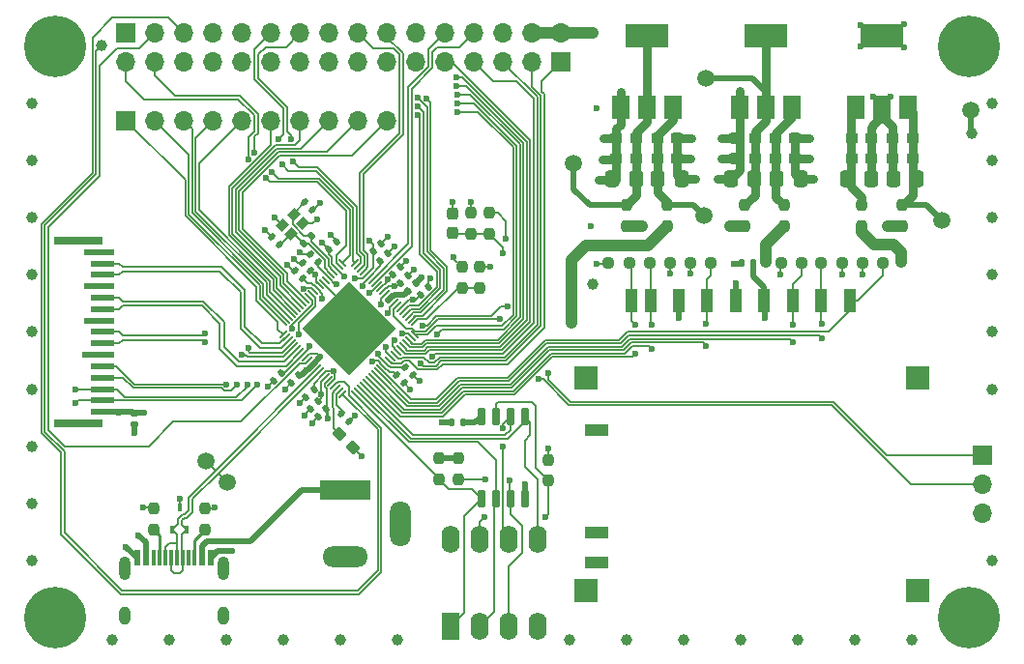
<source format=gbr>
%TF.GenerationSoftware,KiCad,Pcbnew,(6.0.6-0)*%
%TF.CreationDate,2023-04-01T16:22:28+01:00*%
%TF.ProjectId,Teacup,54656163-7570-42e6-9b69-6361645f7063,A*%
%TF.SameCoordinates,Original*%
%TF.FileFunction,Copper,L1,Top*%
%TF.FilePolarity,Positive*%
%FSLAX46Y46*%
G04 Gerber Fmt 4.6, Leading zero omitted, Abs format (unit mm)*
G04 Created by KiCad (PCBNEW (6.0.6-0)) date 2023-04-01 16:22:28*
%MOMM*%
%LPD*%
G01*
G04 APERTURE LIST*
G04 Aperture macros list*
%AMRoundRect*
0 Rectangle with rounded corners*
0 $1 Rounding radius*
0 $2 $3 $4 $5 $6 $7 $8 $9 X,Y pos of 4 corners*
0 Add a 4 corners polygon primitive as box body*
4,1,4,$2,$3,$4,$5,$6,$7,$8,$9,$2,$3,0*
0 Add four circle primitives for the rounded corners*
1,1,$1+$1,$2,$3*
1,1,$1+$1,$4,$5*
1,1,$1+$1,$6,$7*
1,1,$1+$1,$8,$9*
0 Add four rect primitives between the rounded corners*
20,1,$1+$1,$2,$3,$4,$5,0*
20,1,$1+$1,$4,$5,$6,$7,0*
20,1,$1+$1,$6,$7,$8,$9,0*
20,1,$1+$1,$8,$9,$2,$3,0*%
%AMRotRect*
0 Rectangle, with rotation*
0 The origin of the aperture is its center*
0 $1 length*
0 $2 width*
0 $3 Rotation angle, in degrees counterclockwise*
0 Add horizontal line*
21,1,$1,$2,0,0,$3*%
G04 Aperture macros list end*
%TA.AperFunction,SMDPad,CuDef*%
%ADD10RoundRect,0.237500X-0.237500X0.300000X-0.237500X-0.300000X0.237500X-0.300000X0.237500X0.300000X0*%
%TD*%
%TA.AperFunction,SMDPad,CuDef*%
%ADD11RoundRect,0.237500X-0.300000X-0.237500X0.300000X-0.237500X0.300000X0.237500X-0.300000X0.237500X0*%
%TD*%
%TA.AperFunction,SMDPad,CuDef*%
%ADD12C,1.500000*%
%TD*%
%TA.AperFunction,SMDPad,CuDef*%
%ADD13RoundRect,0.140000X-0.219203X-0.021213X-0.021213X-0.219203X0.219203X0.021213X0.021213X0.219203X0*%
%TD*%
%TA.AperFunction,SMDPad,CuDef*%
%ADD14R,1.500000X2.000000*%
%TD*%
%TA.AperFunction,SMDPad,CuDef*%
%ADD15R,3.800000X2.000000*%
%TD*%
%TA.AperFunction,ComponentPad*%
%ADD16C,0.800000*%
%TD*%
%TA.AperFunction,ComponentPad*%
%ADD17C,5.400000*%
%TD*%
%TA.AperFunction,SMDPad,CuDef*%
%ADD18RoundRect,0.250000X-0.337500X-0.475000X0.337500X-0.475000X0.337500X0.475000X-0.337500X0.475000X0*%
%TD*%
%TA.AperFunction,SMDPad,CuDef*%
%ADD19RoundRect,0.140000X0.219203X0.021213X0.021213X0.219203X-0.219203X-0.021213X-0.021213X-0.219203X0*%
%TD*%
%TA.AperFunction,SMDPad,CuDef*%
%ADD20RoundRect,0.237500X0.237500X-0.250000X0.237500X0.250000X-0.237500X0.250000X-0.237500X-0.250000X0*%
%TD*%
%TA.AperFunction,SMDPad,CuDef*%
%ADD21RoundRect,0.237500X-0.237500X0.250000X-0.237500X-0.250000X0.237500X-0.250000X0.237500X0.250000X0*%
%TD*%
%TA.AperFunction,ComponentPad*%
%ADD22R,1.700000X1.700000*%
%TD*%
%TA.AperFunction,ComponentPad*%
%ADD23O,1.700000X1.700000*%
%TD*%
%TA.AperFunction,SMDPad,CuDef*%
%ADD24RoundRect,0.250000X0.337500X0.475000X-0.337500X0.475000X-0.337500X-0.475000X0.337500X-0.475000X0*%
%TD*%
%TA.AperFunction,SMDPad,CuDef*%
%ADD25RoundRect,0.237500X-0.250000X-0.237500X0.250000X-0.237500X0.250000X0.237500X-0.250000X0.237500X0*%
%TD*%
%TA.AperFunction,SMDPad,CuDef*%
%ADD26RoundRect,0.237500X0.300000X0.237500X-0.300000X0.237500X-0.300000X-0.237500X0.300000X-0.237500X0*%
%TD*%
%TA.AperFunction,SMDPad,CuDef*%
%ADD27RoundRect,0.140000X0.021213X-0.219203X0.219203X-0.021213X-0.021213X0.219203X-0.219203X0.021213X0*%
%TD*%
%TA.AperFunction,SMDPad,CuDef*%
%ADD28R,0.600000X1.450000*%
%TD*%
%TA.AperFunction,SMDPad,CuDef*%
%ADD29R,0.300000X1.450000*%
%TD*%
%TA.AperFunction,ComponentPad*%
%ADD30O,1.000000X1.600000*%
%TD*%
%TA.AperFunction,ComponentPad*%
%ADD31O,1.000000X2.100000*%
%TD*%
%TA.AperFunction,SMDPad,CuDef*%
%ADD32R,0.450000X0.700000*%
%TD*%
%TA.AperFunction,SMDPad,CuDef*%
%ADD33RoundRect,0.237500X0.250000X0.237500X-0.250000X0.237500X-0.250000X-0.237500X0.250000X-0.237500X0*%
%TD*%
%TA.AperFunction,SMDPad,CuDef*%
%ADD34RoundRect,0.140000X-0.021213X0.219203X-0.219203X0.021213X0.021213X-0.219203X0.219203X-0.021213X0*%
%TD*%
%TA.AperFunction,SMDPad,CuDef*%
%ADD35RotRect,0.150000X0.850000X45.000000*%
%TD*%
%TA.AperFunction,SMDPad,CuDef*%
%ADD36RotRect,0.150000X0.850000X315.000000*%
%TD*%
%TA.AperFunction,SMDPad,CuDef*%
%ADD37RotRect,5.800000X5.800000X315.000000*%
%TD*%
%TA.AperFunction,SMDPad,CuDef*%
%ADD38RoundRect,0.150000X0.150000X-0.650000X0.150000X0.650000X-0.150000X0.650000X-0.150000X-0.650000X0*%
%TD*%
%TA.AperFunction,SMDPad,CuDef*%
%ADD39RoundRect,0.140000X0.140000X0.170000X-0.140000X0.170000X-0.140000X-0.170000X0.140000X-0.170000X0*%
%TD*%
%TA.AperFunction,SMDPad,CuDef*%
%ADD40R,1.100000X2.000000*%
%TD*%
%TA.AperFunction,SMDPad,CuDef*%
%ADD41R,2.000000X1.000000*%
%TD*%
%TA.AperFunction,SMDPad,CuDef*%
%ADD42R,2.000000X2.000000*%
%TD*%
%TA.AperFunction,SMDPad,CuDef*%
%ADD43RoundRect,0.237500X-0.380070X0.044194X0.044194X-0.380070X0.380070X-0.044194X-0.044194X0.380070X0*%
%TD*%
%TA.AperFunction,ComponentPad*%
%ADD44R,1.600000X2.400000*%
%TD*%
%TA.AperFunction,ComponentPad*%
%ADD45O,1.600000X2.400000*%
%TD*%
%TA.AperFunction,SMDPad,CuDef*%
%ADD46RoundRect,0.140000X-0.170000X0.140000X-0.170000X-0.140000X0.170000X-0.140000X0.170000X0.140000X0*%
%TD*%
%TA.AperFunction,SMDPad,CuDef*%
%ADD47R,2.000000X0.600000*%
%TD*%
%TA.AperFunction,SMDPad,CuDef*%
%ADD48R,4.200000X0.700000*%
%TD*%
%TA.AperFunction,SMDPad,CuDef*%
%ADD49RotRect,0.900000X0.800000X45.000000*%
%TD*%
%TA.AperFunction,ComponentPad*%
%ADD50R,4.400000X1.800000*%
%TD*%
%TA.AperFunction,ComponentPad*%
%ADD51O,4.000000X1.800000*%
%TD*%
%TA.AperFunction,ComponentPad*%
%ADD52O,1.800000X4.000000*%
%TD*%
%TA.AperFunction,SMDPad,CuDef*%
%ADD53RoundRect,0.135000X0.035355X-0.226274X0.226274X-0.035355X-0.035355X0.226274X-0.226274X0.035355X0*%
%TD*%
%TA.AperFunction,SMDPad,CuDef*%
%ADD54RoundRect,0.140000X-0.140000X-0.170000X0.140000X-0.170000X0.140000X0.170000X-0.140000X0.170000X0*%
%TD*%
%TA.AperFunction,ViaPad*%
%ADD55C,0.600000*%
%TD*%
%TA.AperFunction,ViaPad*%
%ADD56C,1.000000*%
%TD*%
%TA.AperFunction,Conductor*%
%ADD57C,0.500000*%
%TD*%
%TA.AperFunction,Conductor*%
%ADD58C,0.750000*%
%TD*%
%TA.AperFunction,Conductor*%
%ADD59C,0.200000*%
%TD*%
%TA.AperFunction,Conductor*%
%ADD60C,1.000000*%
%TD*%
%TA.AperFunction,Conductor*%
%ADD61C,0.150000*%
%TD*%
%TA.AperFunction,Conductor*%
%ADD62C,0.180000*%
%TD*%
%TA.AperFunction,Conductor*%
%ADD63C,0.250000*%
%TD*%
G04 APERTURE END LIST*
D10*
%TO.P,C19,1*%
%TO.N,GND*%
X199799999Y-69625000D03*
%TO.P,C19,2*%
%TO.N,Net-(C19-Pad2)*%
X199799999Y-71350000D03*
%TD*%
D11*
%TO.P,C2,1*%
%TO.N,Net-(C1-Pad1)*%
X217737500Y-64800000D03*
%TO.P,C2,2*%
%TO.N,GND*%
X219462500Y-64800000D03*
%TD*%
D12*
%TO.P,TP8,1,1*%
%TO.N,GND*%
X245200000Y-60600000D03*
%TD*%
D13*
%TO.P,C20,1*%
%TO.N,GND*%
X183951922Y-71693954D03*
%TO.P,C20,2*%
%TO.N,Net-(C20-Pad2)*%
X184630744Y-72372776D03*
%TD*%
D14*
%TO.P,U2,1,GND*%
%TO.N,GND*%
X224900000Y-60350000D03*
D15*
%TO.P,U2,2,VO*%
%TO.N,Net-(C10-Pad1)*%
X227200000Y-54050000D03*
D14*
X227200000Y-60350000D03*
%TO.P,U2,3,VI*%
%TO.N,Net-(C7-Pad1)*%
X229500000Y-60350000D03*
%TD*%
D16*
%TO.P,REF\u002A\u002A,1*%
%TO.N,GND*%
X246431891Y-53568109D03*
X245000000Y-52975000D03*
X243568109Y-56431891D03*
X242975000Y-55000000D03*
X245000000Y-57025000D03*
X246431891Y-56431891D03*
D17*
X245000000Y-55000000D03*
D16*
X247025000Y-55000000D03*
X243568109Y-53568109D03*
%TD*%
D18*
%TO.P,C1,1*%
%TO.N,Net-(C1-Pad1)*%
X217762500Y-66600000D03*
%TO.P,C1,2*%
%TO.N,GND*%
X219837500Y-66600000D03*
%TD*%
D12*
%TO.P,TP6,1,1*%
%TO.N,Net-(C16-Pad1)*%
X242600000Y-70200000D03*
%TD*%
D19*
%TO.P,C37,1*%
%TO.N,+0V8*%
X186639411Y-75289411D03*
%TO.P,C37,2*%
%TO.N,GND*%
X185960589Y-74610589D03*
%TD*%
D12*
%TO.P,TP3,1,1*%
%TO.N,/USB_D-*%
X178200000Y-91300000D03*
%TD*%
D20*
%TO.P,R2,1*%
%TO.N,+5V*%
X218600000Y-70712500D03*
%TO.P,R2,2*%
%TO.N,Net-(C1-Pad1)*%
X218600000Y-68887500D03*
%TD*%
D21*
%TO.P,R0,1*%
%TO.N,GND*%
X202200000Y-74312500D03*
%TO.P,R0,2*%
%TO.N,Net-(IC1-Pad67)*%
X202200000Y-76137500D03*
%TD*%
D20*
%TO.P,R3,1*%
%TO.N,+3V3*%
X215000000Y-70712500D03*
%TO.P,R3,2*%
%TO.N,Net-(C4-Pad1)*%
X215000000Y-68887500D03*
%TD*%
D16*
%TO.P,REF\u002A\u002A,1*%
%TO.N,GND*%
X243568109Y-106431891D03*
D17*
X245000000Y-105000000D03*
D16*
X243568109Y-103568109D03*
X246431891Y-103568109D03*
X247025000Y-105000000D03*
X245000000Y-107025000D03*
X242975000Y-105000000D03*
X245000000Y-102975000D03*
X246431891Y-106431891D03*
%TD*%
D22*
%TO.P,J7,1,Pin_1*%
%TO.N,Net-(IC1-Pad57)*%
X209300000Y-56340000D03*
D23*
%TO.P,J7,2,Pin_2*%
%TO.N,Net-(IC1-Pad58)*%
X206760000Y-56340000D03*
%TO.P,J7,3,Pin_3*%
%TO.N,Net-(IC1-Pad59)*%
X204220000Y-56340000D03*
%TO.P,J7,4,Pin_4*%
%TO.N,Net-(IC1-Pad60)*%
X201680000Y-56340000D03*
%TO.P,J7,5,Pin_5*%
%TO.N,Net-(IC1-Pad61)*%
X199140000Y-56340000D03*
%TO.P,J7,6,Pin_6*%
%TO.N,Net-(IC1-Pad62)*%
X196600000Y-56340000D03*
%TO.P,J7,7,Pin_7*%
%TO.N,Net-(IC1-Pad63)*%
X194060000Y-56340000D03*
%TO.P,J7,8,Pin_8*%
%TO.N,Net-(IC1-Pad64)*%
X191520000Y-56340000D03*
%TO.P,J7,9,Pin_9*%
%TO.N,Net-(IC1-Pad65)*%
X188980000Y-56340000D03*
%TO.P,J7,10,Pin_10*%
%TO.N,Net-(IC1-Pad66)*%
X186440000Y-56340000D03*
%TO.P,J7,11,Pin_11*%
%TO.N,Net-(IC1-Pad68)*%
X183900000Y-56340000D03*
%TO.P,J7,12,Pin_12*%
%TO.N,Net-(IC1-Pad69)*%
X181360000Y-56340000D03*
%TO.P,J7,13,Pin_13*%
%TO.N,Net-(IC1-Pad70)*%
X178820000Y-56340000D03*
%TO.P,J7,14,Pin_14*%
%TO.N,Net-(IC1-Pad71)*%
X176280000Y-56340000D03*
%TO.P,J7,15,Pin_15*%
%TO.N,Net-(IC1-Pad1)*%
X173740000Y-56340000D03*
%TO.P,J7,16,Pin_16*%
%TO.N,Net-(IC1-Pad2)*%
X171200000Y-56340000D03*
%TD*%
D22*
%TO.P,J6,1,Pin_1*%
%TO.N,GND*%
X171200000Y-53800000D03*
D23*
%TO.P,J6,2,Pin_2*%
%TO.N,/AUX0*%
X173740000Y-53800000D03*
%TO.P,J6,3,Pin_3*%
%TO.N,/MICLP*%
X176280000Y-53800000D03*
%TO.P,J6,4,Pin_4*%
%TO.N,/HPOUTL*%
X178820000Y-53800000D03*
%TO.P,J6,5,Pin_5*%
%TO.N,GND*%
X181360000Y-53800000D03*
%TO.P,J6,6,Pin_6*%
%TO.N,/PB25*%
X183900000Y-53800000D03*
%TO.P,J6,7,Pin_7*%
%TO.N,/PB26*%
X186440000Y-53800000D03*
%TO.P,J6,8,Pin_8*%
%TO.N,GND*%
X188980000Y-53800000D03*
%TO.P,J6,9,Pin_9*%
%TO.N,/PB27*%
X191520000Y-53800000D03*
%TO.P,J6,10,Pin_10*%
%TO.N,/PB28*%
X194060000Y-53800000D03*
%TO.P,J6,11,Pin_11*%
%TO.N,GND*%
X196600000Y-53800000D03*
%TO.P,J6,12,Pin_12*%
%TO.N,/PB29*%
X199140000Y-53800000D03*
%TO.P,J6,13,Pin_13*%
%TO.N,/PB30*%
X201680000Y-53800000D03*
%TO.P,J6,14,Pin_14*%
%TO.N,GND*%
X204220000Y-53800000D03*
%TO.P,J6,15,Pin_15*%
%TO.N,+3V3*%
X206760000Y-53800000D03*
%TO.P,J6,16,Pin_16*%
X209300000Y-53800000D03*
%TD*%
D24*
%TO.P,C16,1*%
%TO.N,Net-(C16-Pad1)*%
X240437500Y-66600000D03*
%TO.P,C16,2*%
%TO.N,GND*%
X238362500Y-66600000D03*
%TD*%
D25*
%TO.P,R18,1*%
%TO.N,+3V3*%
X220587500Y-73987500D03*
%TO.P,R18,2*%
%TO.N,/MMC0_CLK*%
X222412500Y-73987500D03*
%TD*%
D13*
%TO.P,C21,1*%
%TO.N,Net-(C21-Pad1)*%
X186855224Y-68612939D03*
%TO.P,C21,2*%
%TO.N,GND*%
X187534046Y-69291761D03*
%TD*%
%TO.P,C38,1*%
%TO.N,+3V3*%
X195660589Y-83110589D03*
%TO.P,C38,2*%
%TO.N,GND*%
X196339411Y-83789411D03*
%TD*%
D12*
%TO.P,TP5,1,1*%
%TO.N,/USB_D+*%
X180038478Y-93138478D03*
%TD*%
D25*
%TO.P,R17,1*%
%TO.N,+3V3*%
X228537500Y-73987500D03*
%TO.P,R17,2*%
%TO.N,/MMC0_CMD*%
X230362500Y-73987500D03*
%TD*%
D26*
%TO.P,C18,1*%
%TO.N,Net-(C16-Pad1)*%
X240062500Y-63000000D03*
%TO.P,C18,2*%
%TO.N,GND*%
X238337500Y-63000000D03*
%TD*%
D21*
%TO.P,R13,1*%
%TO.N,+3V3*%
X200300000Y-91087500D03*
%TO.P,R13,2*%
%TO.N,Net-(R13-Pad2)*%
X200300000Y-92912500D03*
%TD*%
D20*
%TO.P,R8,1*%
%TO.N,+3V3*%
X235600000Y-70712500D03*
%TO.P,R8,2*%
%TO.N,Net-(C13-Pad1)*%
X235600000Y-68887500D03*
%TD*%
D27*
%TO.P,C25,1*%
%TO.N,+1V8*%
X188960589Y-72739411D03*
%TO.P,C25,2*%
%TO.N,GND*%
X189639411Y-72060589D03*
%TD*%
D19*
%TO.P,C30,1*%
%TO.N,+1V8*%
X188039411Y-73889411D03*
%TO.P,C30,2*%
%TO.N,GND*%
X187360589Y-73210589D03*
%TD*%
D25*
%TO.P,R15,1*%
%TO.N,+3V3*%
X235662500Y-73987500D03*
%TO.P,R15,2*%
%TO.N,/MMC0_D2*%
X237487500Y-73987500D03*
%TD*%
D28*
%TO.P,J1,A1,GND*%
%TO.N,GND*%
X172150000Y-99755000D03*
%TO.P,J1,A4,VBUS*%
%TO.N,+5V*%
X172950000Y-99755000D03*
D29*
%TO.P,J1,A5,CC1*%
%TO.N,Net-(J1-PadA5)*%
X174150000Y-99755000D03*
%TO.P,J1,A6,D+*%
%TO.N,/USB_D+*%
X175150000Y-99755000D03*
%TO.P,J1,A7,D-*%
%TO.N,/USB_D-*%
X175650000Y-99755000D03*
%TO.P,J1,A8,SBU1*%
%TO.N,unconnected-(J1-PadA8)*%
X176650000Y-99755000D03*
D28*
%TO.P,J1,A9,VBUS*%
%TO.N,+5V*%
X177850000Y-99755000D03*
%TO.P,J1,A12,GND*%
%TO.N,GND*%
X178650000Y-99755000D03*
%TO.P,J1,B1,GND*%
X178650000Y-99755000D03*
%TO.P,J1,B4,VBUS*%
%TO.N,+5V*%
X177850000Y-99755000D03*
D29*
%TO.P,J1,B5,CC2*%
%TO.N,Net-(J1-PadB5)*%
X177150000Y-99755000D03*
%TO.P,J1,B6,D+*%
%TO.N,/USB_D+*%
X176150000Y-99755000D03*
%TO.P,J1,B7,D-*%
%TO.N,/USB_D-*%
X174650000Y-99755000D03*
%TO.P,J1,B8,SBU2*%
%TO.N,unconnected-(J1-PadB8)*%
X173650000Y-99755000D03*
D28*
%TO.P,J1,B9,VBUS*%
%TO.N,+5V*%
X172950000Y-99755000D03*
%TO.P,J1,B12,GND*%
%TO.N,GND*%
X172150000Y-99755000D03*
D30*
%TO.P,J1,S1,SHIELD*%
%TO.N,unconnected-(J1-PadS1)*%
X171080000Y-104850000D03*
D31*
X171080000Y-100670000D03*
D30*
X179720000Y-104850000D03*
D31*
X179720000Y-100670000D03*
%TD*%
D11*
%TO.P,C15,1*%
%TO.N,Net-(C13-Pad1)*%
X234737500Y-63000000D03*
%TO.P,C15,2*%
%TO.N,GND*%
X236462500Y-63000000D03*
%TD*%
D26*
%TO.P,C5,1*%
%TO.N,Net-(C4-Pad1)*%
X215862500Y-64800000D03*
%TO.P,C5,2*%
%TO.N,GND*%
X214137500Y-64800000D03*
%TD*%
D12*
%TO.P,TP1,1,1*%
%TO.N,Net-(C1-Pad1)*%
X221800000Y-69800000D03*
%TD*%
D32*
%TO.P,D1,1,A1*%
%TO.N,/USB_D-*%
X175225000Y-97350000D03*
%TO.P,D1,2,A2*%
%TO.N,/USB_D+*%
X176525000Y-97350000D03*
%TO.P,D1,3,common*%
%TO.N,GND*%
X175875000Y-95350000D03*
%TD*%
D26*
%TO.P,C12,1*%
%TO.N,Net-(C10-Pad1)*%
X226262500Y-63000000D03*
%TO.P,C12,2*%
%TO.N,GND*%
X224537500Y-63000000D03*
%TD*%
D33*
%TO.P,R19,1*%
%TO.N,+3V3*%
X218862500Y-73987500D03*
%TO.P,R19,2*%
%TO.N,/MMC0_D0*%
X217037500Y-73987500D03*
%TD*%
D34*
%TO.P,C43,1*%
%TO.N,+0V8*%
X188689411Y-86760589D03*
%TO.P,C43,2*%
%TO.N,GND*%
X188010589Y-87439411D03*
%TD*%
%TO.P,C44,1*%
%TO.N,+0V8*%
X184789411Y-83610589D03*
%TO.P,C44,2*%
%TO.N,GND*%
X184110589Y-84289411D03*
%TD*%
D35*
%TO.P,IC1,1,PWM0_SSI1_DT_PB17*%
%TO.N,Net-(IC1-Pad1)*%
X190151992Y-73954757D03*
%TO.P,IC1,2,PWM1_SSI1_DR_PB18*%
%TO.N,Net-(IC1-Pad2)*%
X189904505Y-74202245D03*
%TO.P,IC1,3,VDDIO_OSC*%
%TO.N,+1V8*%
X189657017Y-74449732D03*
%TO.P,IC1,4,EXCLK_O*%
%TO.N,Net-(C21-Pad1)*%
X189409530Y-74697220D03*
%TO.P,IC1,5,EXCLK_I*%
%TO.N,Net-(C20-Pad2)*%
X189162043Y-74944707D03*
%TO.P,IC1,6,PLL_VDDHV*%
%TO.N,+1V8*%
X188914555Y-75192194D03*
%TO.P,IC1,7,PPRST_*%
%TO.N,unconnected-(IC1-Pad7)*%
X188667068Y-75439682D03*
%TO.P,IC1,8,EFUSE_AVD*%
%TO.N,GND*%
X188419581Y-75687169D03*
%TO.P,IC1,9,VDDIO0*%
%TO.N,+1V8*%
X188172093Y-75934656D03*
%TO.P,IC1,10,VDD_1*%
%TO.N,+0V8*%
X187924606Y-76182144D03*
%TO.P,IC1,11,SA2_PA18*%
%TO.N,/CAM_PE*%
X187677119Y-76429631D03*
%TO.P,IC1,12,SD7_SMB0_SCK_PA13*%
%TO.N,/I2C0_SCK*%
X187429631Y-76677119D03*
%TO.P,IC1,13,SD6_SMB0_SDA_PA12*%
%TO.N,/I2C0_SDA*%
X187182144Y-76924606D03*
%TO.P,IC1,14,RD_DVP_VSYNC_SMB1_SCK_MSC1_CMD_PA17*%
%TO.N,/PA17*%
X186934656Y-77172093D03*
%TO.P,IC1,15,CS2_DVP_HSYNC_SMB1_SDA_MSC1_CLK_PA16*%
%TO.N,/PA16*%
X186687169Y-77419581D03*
%TO.P,IC1,16,SA1_DVP_MCLK_PA15*%
%TO.N,/PA15*%
X186439682Y-77667068D03*
%TO.P,IC1,17,SA0_DVP_PCLK_PWM0_PA14*%
%TO.N,/PA14*%
X186192194Y-77914555D03*
%TO.P,IC1,18,SD5_DVP_D11_UART2_RXD_MSC1_D3_PA11*%
%TO.N,/PA11*%
X185944707Y-78162043D03*
%TO.P,IC1,19,SD4_DVP_D10_UART2_TXD_MSC1_D2_PA10*%
%TO.N,/PA10*%
X185697220Y-78409530D03*
%TO.P,IC1,20,SD3_DVP_D9_UART2_RTS_MSC1_D1_PA09*%
%TO.N,/PA09*%
X185449732Y-78657017D03*
%TO.P,IC1,21,SD2_DVP_D8_UART2_CTS_MSC1_D0_PA08*%
%TO.N,/PA08*%
X185202245Y-78904505D03*
%TO.P,IC1,22,SD1_DVP_D7_UART1_RXD_PA07*%
%TO.N,/PA07*%
X184954757Y-79151992D03*
D36*
%TO.P,IC1,23,SD0_DVP6_UART1_TXD_PA06*%
%TO.N,/PA06*%
X184954757Y-80248008D03*
%TO.P,IC1,24,MIPI_DATAN0_DVP_D5*%
%TO.N,/MIPI_0_N*%
X185202245Y-80495495D03*
%TO.P,IC1,25,MIPI_DATAP0_DVP_D4*%
%TO.N,/MIPI_0_P*%
X185449732Y-80742983D03*
%TO.P,IC1,26,MIPI_CLKN_DVP_D3*%
%TO.N,/MIPI_CLK_N*%
X185697220Y-80990470D03*
%TO.P,IC1,27,MIPI_CLKP_DVP_D2*%
%TO.N,/MIPI_CLK_P*%
X185944707Y-81237957D03*
%TO.P,IC1,28,MIPI_DATAN1_DVP_D1*%
%TO.N,/MIPI_1_N*%
X186192194Y-81485445D03*
%TO.P,IC1,29,MIPI_DATAP1_DVP_D0*%
%TO.N,/MIPI_1_P*%
X186439682Y-81732932D03*
%TO.P,IC1,30,MIPI_AVD08*%
%TO.N,+0V8*%
X186687169Y-81980419D03*
%TO.P,IC1,31,MIPI_AVD18*%
%TO.N,+1V8*%
X186934656Y-82227907D03*
%TO.P,IC1,32,ADC_AUX0*%
%TO.N,/AUX0*%
X187182144Y-82475394D03*
%TO.P,IC1,33,ADC_VREF*%
%TO.N,+1V8*%
X187429631Y-82722881D03*
%TO.P,IC1,34,ADC_AVDD*%
X187677119Y-82970369D03*
%TO.P,IC1,35,USB0PN*%
%TO.N,/USB_D-*%
X187924606Y-83217856D03*
%TO.P,IC1,36,USB0PP*%
%TO.N,/USB_D+*%
X188172093Y-83465344D03*
%TO.P,IC1,37,USB_AVD33*%
%TO.N,+3V3*%
X188419581Y-83712831D03*
%TO.P,IC1,38,USB_AVD18*%
%TO.N,+1V8*%
X188667068Y-83960318D03*
%TO.P,IC1,39,VDD_2*%
%TO.N,+0V8*%
X188914555Y-84207806D03*
%TO.P,IC1,40,VDDIO2*%
%TO.N,+3V3*%
X189162043Y-84455293D03*
%TO.P,IC1,41,MICLP*%
%TO.N,/MICLP*%
X189409530Y-84702780D03*
%TO.P,IC1,42,VCM*%
%TO.N,Net-(C22-Pad1)*%
X189657017Y-84950268D03*
%TO.P,IC1,43,CODEC_AVDD*%
%TO.N,+1V8*%
X189904505Y-85197755D03*
%TO.P,IC1,44,HPOUTL*%
%TO.N,/HPOUTL*%
X190151992Y-85445243D03*
D35*
%TO.P,IC1,45,SFC_CE0_PA28*%
%TO.N,/NOR_CE*%
X191248008Y-85445243D03*
%TO.P,IC1,46,SFC_DR_PA24*%
%TO.N,/NOR_DR*%
X191495495Y-85197755D03*
%TO.P,IC1,47,SFC_DT_PA23*%
%TO.N,/NOR_DT*%
X191742983Y-84950268D03*
%TO.P,IC1,48,SFC_CLK_PA27*%
%TO.N,/NOR_CK*%
X191990470Y-84702780D03*
%TO.P,IC1,49,MSC0_D1_SSI_SLV_DR_PB01*%
%TO.N,/MMC0_D1*%
X192237957Y-84455293D03*
%TO.P,IC1,50,MSC0_D0_SSI_SLV_DT_PB00*%
%TO.N,/MMC0_D0*%
X192485445Y-84207806D03*
%TO.P,IC1,51,MSC0_CLK_SSI_SLV_CLK_PB04*%
%TO.N,/MMC0_CLK*%
X192732932Y-83960318D03*
%TO.P,IC1,52,MSC0_CMD_SSI_SLV_CE0_PB05*%
%TO.N,/MMC0_CMD*%
X192980419Y-83712831D03*
%TO.P,IC1,53,MSC0_D3_PB03*%
%TO.N,/MMC0_D3*%
X193227907Y-83465344D03*
%TO.P,IC1,54,MSC0_D2_PB02*%
%TO.N,/MMC0_D2*%
X193475394Y-83217856D03*
%TO.P,IC1,55,VDD_3*%
%TO.N,+0V8*%
X193722881Y-82970369D03*
%TO.P,IC1,56,VDDIO1_1*%
%TO.N,+3V3*%
X193970369Y-82722881D03*
%TO.P,IC1,57,GMAC_MDIO_MSC1_D1_SLCD_D5_PB11*%
%TO.N,Net-(IC1-Pad57)*%
X194217856Y-82475394D03*
%TO.P,IC1,58,GMAC_MDCK_MSC1_D0_I2S_SDTO_SLCD_D4_PB10*%
%TO.N,Net-(IC1-Pad58)*%
X194465344Y-82227907D03*
%TO.P,IC1,59,GMAC_RXDV_MSC1_CMD_I2S_SDTI_SLCD_D3_PB09*%
%TO.N,Net-(IC1-Pad59)*%
X194712831Y-81980419D03*
%TO.P,IC1,60,GMAC_RXD0_I2S_DAC_LRCK_SLCD_WR_PB15/_SFC_CE1_PA26*%
%TO.N,Net-(IC1-Pad60)*%
X194960318Y-81732932D03*
%TO.P,IC1,61,GMAC_RXD1_SLCD_TE_PB16/_SFC_GPC_PA25*%
%TO.N,Net-(IC1-Pad61)*%
X195207806Y-81485445D03*
%TO.P,IC1,62,GMAC_TXCLK_SLCD_D0_PB06*%
%TO.N,Net-(IC1-Pad62)*%
X195455293Y-81237957D03*
%TO.P,IC1,63,GMAC_PHY_CLK_SLCD_D1_PB07*%
%TO.N,Net-(IC1-Pad63)*%
X195702780Y-80990470D03*
%TO.P,IC1,64,GMAC_TXD0_MSC1_D2_I2S_ADC_LRCK_SLCD_D6_PB13*%
%TO.N,Net-(IC1-Pad64)*%
X195950268Y-80742983D03*
%TO.P,IC1,65,GMAC_TXD1_MSC1_D3_I2S_DAC_MCLK_SLCD_D7_PB14*%
%TO.N,Net-(IC1-Pad65)*%
X196197755Y-80495495D03*
%TO.P,IC1,66,GMAC_TXEN_MSC1_CLK_I2S_ADC_MCLK_SLCD_D2_PB08*%
%TO.N,Net-(IC1-Pad66)*%
X196445243Y-80248008D03*
D36*
%TO.P,IC1,67,BOOT_SEL0_PC00*%
%TO.N,Net-(IC1-Pad67)*%
X196445243Y-79151992D03*
%TO.P,IC1,68,UART0_RTS_I2S_DAC_BCLK_SLCD_DC_PB21*%
%TO.N,Net-(IC1-Pad68)*%
X196197755Y-78904505D03*
%TO.P,IC1,69,UART0_CTS_I2S_ADC_BCLK_SLCD_CS_PB20*%
%TO.N,Net-(IC1-Pad69)*%
X195950268Y-78657017D03*
%TO.P,IC1,70,UART0_TXD_TDO_SLCD_RDY_PB22*%
%TO.N,Net-(IC1-Pad70)*%
X195702780Y-78409530D03*
%TO.P,IC1,71,UART0_RXD_TDI_PB19*%
%TO.N,Net-(IC1-Pad71)*%
X195455293Y-78162043D03*
%TO.P,IC1,72,VDD_4*%
%TO.N,+0V8*%
X195207806Y-77914555D03*
%TO.P,IC1,73,UART1_RXD_TMS_PB24*%
%TO.N,/UART_RX*%
X194960318Y-77667068D03*
%TO.P,IC1,74,UART1_TXD_TCK_PB23*%
%TO.N,/UART_TX*%
X194712831Y-77419581D03*
%TO.P,IC1,75,DDRVDD*%
%TO.N,+1V8*%
X194465344Y-77172093D03*
%TO.P,IC1,76,VDDMEM*%
X194217856Y-76924606D03*
%TO.P,IC1,77,VREF*%
%TO.N,Net-(C19-Pad2)*%
X193970369Y-76677119D03*
%TO.P,IC1,78,DDRPLL_VCCD*%
%TO.N,+0V8*%
X193722881Y-76429631D03*
%TO.P,IC1,79,DDRPLL_VCCA*%
%TO.N,+1V8*%
X193475394Y-76182144D03*
%TO.P,IC1,80,GPIO_PB31*%
%TO.N,/CAM_LED*%
X193227907Y-75934656D03*
%TO.P,IC1,81,SSI1_CE0_DMIC_DAT1_PB30*%
%TO.N,/PB30*%
X192980419Y-75687169D03*
%TO.P,IC1,82,SSI1_CLK_DMIC_DAT0_PB29*%
%TO.N,/PB29*%
X192732932Y-75439682D03*
%TO.P,IC1,83,VDD_5*%
%TO.N,+0V8*%
X192485445Y-75192194D03*
%TO.P,IC1,84,VDDIO1_2*%
%TO.N,+3V3*%
X192237957Y-74944707D03*
%TO.P,IC1,85,PWM3_SSI1_DR_DMIC_CLK_PB28*%
%TO.N,/PB28*%
X191990470Y-74697220D03*
%TO.P,IC1,86,PWM2_SSI1_DT_DRV_VBUS_PB27*%
%TO.N,/PB27*%
X191742983Y-74449732D03*
%TO.P,IC1,87,SMB1_SCK_SSI1_CLK_PB26*%
%TO.N,/PB26*%
X191495495Y-74202245D03*
%TO.P,IC1,88,SMB1_SDA_SSI1_CE0_PB25*%
%TO.N,/PB25*%
X191248008Y-73954757D03*
D37*
%TO.P,IC1,89,EP*%
%TO.N,GND*%
X190700000Y-79700000D03*
%TD*%
D33*
%TO.P,R16,1*%
%TO.N,+3V3*%
X233912500Y-73987500D03*
%TO.P,R16,2*%
%TO.N,/MMC0_D3*%
X232087500Y-73987500D03*
%TD*%
D20*
%TO.P,R12,1*%
%TO.N,/NOR_CE*%
X198600000Y-92912500D03*
%TO.P,R12,2*%
%TO.N,+3V3*%
X198600000Y-91087500D03*
%TD*%
D14*
%TO.P,U3,1,VI*%
%TO.N,Net-(C13-Pad1)*%
X235100000Y-60350000D03*
D15*
%TO.P,U3,2,GND*%
%TO.N,GND*%
X237400000Y-54050000D03*
D14*
X237400000Y-60350000D03*
%TO.P,U3,3,VO*%
%TO.N,Net-(C16-Pad1)*%
X239700000Y-60350000D03*
%TD*%
D21*
%TO.P,R11,1*%
%TO.N,GND*%
X201400000Y-69575000D03*
%TO.P,R11,2*%
%TO.N,Net-(C19-Pad2)*%
X201400000Y-71400000D03*
%TD*%
D16*
%TO.P,REF\u002A\u002A,1*%
%TO.N,GND*%
X166431891Y-103568109D03*
X165000000Y-102975000D03*
D17*
X165000000Y-105000000D03*
D16*
X167025000Y-105000000D03*
X166431891Y-106431891D03*
X162975000Y-105000000D03*
X163568109Y-103568109D03*
X165000000Y-107025000D03*
X163568109Y-106431891D03*
%TD*%
D18*
%TO.P,C13,1*%
%TO.N,Net-(C13-Pad1)*%
X234362500Y-66600000D03*
%TO.P,C13,2*%
%TO.N,GND*%
X236437500Y-66600000D03*
%TD*%
D34*
%TO.P,C39,1*%
%TO.N,+3V3*%
X187639411Y-85010589D03*
%TO.P,C39,2*%
%TO.N,GND*%
X186960589Y-85689411D03*
%TD*%
D12*
%TO.P,TP2,1,1*%
%TO.N,Net-(C4-Pad1)*%
X210400000Y-65200000D03*
%TD*%
D14*
%TO.P,U1,1,GND*%
%TO.N,GND*%
X214500000Y-60350000D03*
%TO.P,U1,2,VO*%
%TO.N,Net-(C4-Pad1)*%
X216800000Y-60350000D03*
D15*
X216800000Y-54050000D03*
D14*
%TO.P,U1,3,VI*%
%TO.N,Net-(C1-Pad1)*%
X219100000Y-60350000D03*
%TD*%
D11*
%TO.P,C9,1*%
%TO.N,Net-(C7-Pad1)*%
X228037500Y-63000000D03*
%TO.P,C9,2*%
%TO.N,GND*%
X229762500Y-63000000D03*
%TD*%
D38*
%TO.P,U4,1,~{CS}*%
%TO.N,/NOR_CE*%
X202295000Y-94600000D03*
%TO.P,U4,2,DO(IO1)*%
%TO.N,/NOR_DR*%
X203565000Y-94600000D03*
%TO.P,U4,3,IO2*%
%TO.N,Net-(R13-Pad2)*%
X204835000Y-94600000D03*
%TO.P,U4,4,GND*%
%TO.N,GND*%
X206105000Y-94600000D03*
%TO.P,U4,5,DI(IO0)*%
%TO.N,/NOR_DT*%
X206105000Y-87400000D03*
%TO.P,U4,6,CLK*%
%TO.N,/NOR_CK*%
X204835000Y-87400000D03*
%TO.P,U4,7,IO3*%
%TO.N,Net-(R14-Pad1)*%
X203565000Y-87400000D03*
%TO.P,U4,8,VCC*%
%TO.N,+3V3*%
X202295000Y-87400000D03*
%TD*%
D22*
%TO.P,J5,1,Pin_1*%
%TO.N,/UART_TX*%
X246200000Y-90800000D03*
D23*
%TO.P,J5,2,Pin_2*%
%TO.N,/UART_RX*%
X246200000Y-93340000D03*
%TO.P,J5,3,Pin_3*%
%TO.N,GND*%
X246200000Y-95880000D03*
%TD*%
D21*
%TO.P,R1,1*%
%TO.N,+3V3*%
X200600000Y-74312499D03*
%TO.P,R1,2*%
%TO.N,Net-(IC1-Pad67)*%
X200600000Y-76137499D03*
%TD*%
D22*
%TO.P,J4,1,Pin_1*%
%TO.N,/PA06*%
X171200000Y-61480000D03*
D23*
%TO.P,J4,2,Pin_2*%
%TO.N,/PA07*%
X173740000Y-61480000D03*
%TO.P,J4,3,Pin_3*%
%TO.N,/PA08*%
X176280000Y-61480000D03*
%TO.P,J4,4,Pin_4*%
%TO.N,/PA09*%
X178820000Y-61480000D03*
%TO.P,J4,5,Pin_5*%
%TO.N,/PA10*%
X181360000Y-61480000D03*
%TO.P,J4,6,Pin_6*%
%TO.N,/PA11*%
X183900000Y-61480000D03*
%TO.P,J4,7,Pin_7*%
%TO.N,/PA14*%
X186440000Y-61480000D03*
%TO.P,J4,8,Pin_8*%
%TO.N,/PA15*%
X188980000Y-61480000D03*
%TO.P,J4,9,Pin_9*%
%TO.N,/PA16*%
X191520000Y-61480000D03*
%TO.P,J4,10,Pin_10*%
%TO.N,/PA17*%
X194060000Y-61480000D03*
%TD*%
D19*
%TO.P,C34,1*%
%TO.N,+1V8*%
X187339411Y-74589411D03*
%TO.P,C34,2*%
%TO.N,GND*%
X186660589Y-73910589D03*
%TD*%
D39*
%TO.P,C23,1*%
%TO.N,+3V3*%
X200680000Y-87950000D03*
%TO.P,C23,2*%
%TO.N,GND*%
X199720000Y-87950000D03*
%TD*%
D40*
%TO.P,J2,1,CD/DAT3*%
%TO.N,/MMC0_D3*%
X232075000Y-77237500D03*
%TO.P,J2,2,CMD*%
%TO.N,/MMC0_CMD*%
X229575000Y-77237500D03*
%TO.P,J2,3,VSS*%
%TO.N,GND*%
X227075000Y-77237500D03*
%TO.P,J2,4,VDD*%
%TO.N,+3V3*%
X224575000Y-77237500D03*
%TO.P,J2,5,CLK*%
%TO.N,/MMC0_CLK*%
X222075000Y-77237500D03*
%TO.P,J2,6,VSS*%
%TO.N,GND*%
X219575000Y-77237500D03*
%TO.P,J2,7,DAT0*%
%TO.N,/MMC0_D0*%
X217150000Y-77237500D03*
%TO.P,J2,8,DAT1*%
%TO.N,/MMC0_D1*%
X215450000Y-77237500D03*
%TO.P,J2,9,DAT2*%
%TO.N,/MMC0_D2*%
X234575000Y-77237500D03*
D41*
%TO.P,J2,CP*%
%TO.N,N/C*%
X212400000Y-88637500D03*
D42*
%TO.P,J2,SH*%
X211500000Y-102637500D03*
X240500000Y-83987500D03*
X240500000Y-102637500D03*
X211500000Y-83987500D03*
D41*
%TO.P,J2,SW*%
X212400000Y-100187500D03*
%TO.P,J2,WP*%
X212400000Y-97587500D03*
%TD*%
D26*
%TO.P,C11,1*%
%TO.N,Net-(C10-Pad1)*%
X226262500Y-64800000D03*
%TO.P,C11,2*%
%TO.N,GND*%
X224537500Y-64800000D03*
%TD*%
D20*
%TO.P,R9,1*%
%TO.N,+0V8*%
X239200000Y-70712500D03*
%TO.P,R9,2*%
%TO.N,Net-(C16-Pad1)*%
X239200000Y-68887500D03*
%TD*%
D27*
%TO.P,C46,1*%
%TO.N,+0V8*%
X196960589Y-76739411D03*
%TO.P,C46,2*%
%TO.N,GND*%
X197639411Y-76060589D03*
%TD*%
%TO.P,C45,1*%
%TO.N,+0V8*%
X193460589Y-73739411D03*
%TO.P,C45,2*%
%TO.N,GND*%
X194139411Y-73060589D03*
%TD*%
D16*
%TO.P,REF\u002A\u002A,1*%
%TO.N,GND*%
X167025000Y-55000000D03*
X166431891Y-56431891D03*
X166431891Y-53568109D03*
X163568109Y-53568109D03*
X165000000Y-52975000D03*
X165000000Y-57025000D03*
X162975000Y-55000000D03*
X163568109Y-56431891D03*
D17*
X165000000Y-55000000D03*
%TD*%
D11*
%TO.P,C8,1*%
%TO.N,Net-(C7-Pad1)*%
X228075000Y-64800000D03*
%TO.P,C8,2*%
%TO.N,GND*%
X229800000Y-64800000D03*
%TD*%
D43*
%TO.P,C22,1*%
%TO.N,Net-(C22-Pad1)*%
X189890120Y-88940120D03*
%TO.P,C22,2*%
%TO.N,GND*%
X191109880Y-90159880D03*
%TD*%
D26*
%TO.P,C6,1*%
%TO.N,Net-(C4-Pad1)*%
X215862500Y-63000000D03*
%TO.P,C6,2*%
%TO.N,GND*%
X214137500Y-63000000D03*
%TD*%
%TO.P,C17,1*%
%TO.N,Net-(C16-Pad1)*%
X240062500Y-64800000D03*
%TO.P,C17,2*%
%TO.N,GND*%
X238337500Y-64800000D03*
%TD*%
D44*
%TO.P,U5,1,~{CS}*%
%TO.N,/NOR_CE*%
X199600000Y-105800000D03*
D45*
%TO.P,U5,2,DO(IO1)*%
%TO.N,/NOR_DR*%
X202140000Y-105800000D03*
%TO.P,U5,3,IO2*%
%TO.N,Net-(R13-Pad2)*%
X204680000Y-105800000D03*
%TO.P,U5,4,GND*%
%TO.N,GND*%
X207220000Y-105800000D03*
%TO.P,U5,5,DI(IO0)*%
%TO.N,/NOR_DT*%
X207220000Y-98180000D03*
%TO.P,U5,6,CLK*%
%TO.N,/NOR_CK*%
X204680000Y-98180000D03*
%TO.P,U5,7,IO3*%
%TO.N,Net-(R14-Pad1)*%
X202140000Y-98180000D03*
%TO.P,U5,8,VCC*%
%TO.N,+3V3*%
X199600000Y-98180000D03*
%TD*%
D13*
%TO.P,C42,1*%
%TO.N,+0V8*%
X194910589Y-83810589D03*
%TO.P,C42,2*%
%TO.N,GND*%
X195589411Y-84489411D03*
%TD*%
D20*
%TO.P,R7,1*%
%TO.N,+1V8*%
X225400000Y-70712500D03*
%TO.P,R7,2*%
%TO.N,Net-(C10-Pad1)*%
X225400000Y-68887500D03*
%TD*%
D27*
%TO.P,C41,1*%
%TO.N,+0V8*%
X195210589Y-75689411D03*
%TO.P,C41,2*%
%TO.N,GND*%
X195889411Y-75010589D03*
%TD*%
%TO.P,C26,1*%
%TO.N,+1V8*%
X195910589Y-76389411D03*
%TO.P,C26,2*%
%TO.N,GND*%
X196589411Y-75710589D03*
%TD*%
D34*
%TO.P,C32,1*%
%TO.N,+1V8*%
X186339411Y-83810589D03*
%TO.P,C32,2*%
%TO.N,GND*%
X185660589Y-84489411D03*
%TD*%
D46*
%TO.P,C40,1*%
%TO.N,+3V3*%
X171900000Y-87120000D03*
%TO.P,C40,2*%
%TO.N,GND*%
X171900000Y-88080000D03*
%TD*%
D13*
%TO.P,C31,1*%
%TO.N,+1V8*%
X190010589Y-87160589D03*
%TO.P,C31,2*%
%TO.N,GND*%
X190689411Y-87839411D03*
%TD*%
D47*
%TO.P,J3,1,1*%
%TO.N,GND*%
X169100000Y-73000000D03*
%TO.P,J3,2,2*%
%TO.N,/MIPI_0_N*%
X169100000Y-74000000D03*
%TO.P,J3,3,3*%
%TO.N,/MIPI_0_P*%
X169100000Y-75000000D03*
%TO.P,J3,4,4*%
%TO.N,GND*%
X169100000Y-76000000D03*
%TO.P,J3,5,5*%
%TO.N,/MIPI_1_N*%
X169100000Y-77000000D03*
%TO.P,J3,6,6*%
%TO.N,/MIPI_1_P*%
X169100000Y-78000000D03*
%TO.P,J3,7,7*%
%TO.N,GND*%
X169100000Y-79000000D03*
%TO.P,J3,8,8*%
%TO.N,/MIPI_CLK_N*%
X169100000Y-80000000D03*
%TO.P,J3,9,9*%
%TO.N,/MIPI_CLK_P*%
X169100000Y-81000000D03*
%TO.P,J3,10,10*%
%TO.N,GND*%
X169100000Y-82000000D03*
%TO.P,J3,11,11*%
%TO.N,/CAM_PE*%
X169100000Y-83000000D03*
%TO.P,J3,12,12*%
%TO.N,/CAM_LED*%
X169100000Y-84000000D03*
%TO.P,J3,13,13*%
%TO.N,/I2C0_SCK*%
X169100000Y-85000000D03*
%TO.P,J3,14,14*%
%TO.N,/I2C0_SDA*%
X169100000Y-86000000D03*
%TO.P,J3,15,15*%
%TO.N,+3V3*%
X169100000Y-87000000D03*
D48*
%TO.P,J3,MP1,MP1*%
%TO.N,unconnected-(J3-PadMP1)*%
X167000000Y-72000000D03*
%TO.P,J3,MP2,MP2*%
%TO.N,unconnected-(J3-PadMP2)*%
X167000000Y-88000000D03*
%TD*%
D21*
%TO.P,R10,1*%
%TO.N,+1V8*%
X202999999Y-69575000D03*
%TO.P,R10,2*%
%TO.N,Net-(C19-Pad2)*%
X202999999Y-71400000D03*
%TD*%
D20*
%TO.P,R14,1*%
%TO.N,Net-(R14-Pad1)*%
X208175000Y-93012500D03*
%TO.P,R14,2*%
%TO.N,+3V3*%
X208175000Y-91187500D03*
%TD*%
D18*
%TO.P,C7,1*%
%TO.N,Net-(C7-Pad1)*%
X228162500Y-66600000D03*
%TO.P,C7,2*%
%TO.N,GND*%
X230237500Y-66600000D03*
%TD*%
D21*
%TO.P,R5,1*%
%TO.N,GND*%
X178100000Y-95487500D03*
%TO.P,R5,2*%
%TO.N,Net-(J1-PadB5)*%
X178100000Y-97312500D03*
%TD*%
D34*
%TO.P,C28,1*%
%TO.N,+1V8*%
X187989411Y-86060589D03*
%TO.P,C28,2*%
%TO.N,GND*%
X187310589Y-86739411D03*
%TD*%
D49*
%TO.P,Y1,1,1*%
%TO.N,Net-(C20-Pad2)*%
X185652514Y-71450000D03*
%TO.P,Y1,2,2*%
%TO.N,GND*%
X186642463Y-70460051D03*
%TO.P,Y1,3,3*%
%TO.N,Net-(C21-Pad1)*%
X185864646Y-69682234D03*
%TO.P,Y1,4,4*%
%TO.N,GND*%
X184874697Y-70672183D03*
%TD*%
D50*
%TO.P,J8,1*%
%TO.N,+5V*%
X190400000Y-93850000D03*
D51*
%TO.P,J8,2*%
%TO.N,GND*%
X190400000Y-99650000D03*
D52*
%TO.P,J8,3*%
%TO.N,N/C*%
X195200000Y-96850000D03*
%TD*%
D27*
%TO.P,C36,1*%
%TO.N,+3V3*%
X192860589Y-72939411D03*
%TO.P,C36,2*%
%TO.N,GND*%
X193539411Y-72260589D03*
%TD*%
D20*
%TO.P,R6,1*%
%TO.N,+3V3*%
X228800000Y-70712500D03*
%TO.P,R6,2*%
%TO.N,Net-(C7-Pad1)*%
X228800000Y-68887500D03*
%TD*%
D11*
%TO.P,C14,1*%
%TO.N,Net-(C13-Pad1)*%
X234737500Y-64800000D03*
%TO.P,C14,2*%
%TO.N,GND*%
X236462500Y-64800000D03*
%TD*%
D53*
%TO.P,R21,1*%
%TO.N,Net-(C20-Pad2)*%
X186730852Y-72280852D03*
%TO.P,R21,2*%
%TO.N,Net-(C21-Pad1)*%
X187452100Y-71559604D03*
%TD*%
D11*
%TO.P,C3,1*%
%TO.N,Net-(C1-Pad1)*%
X217737500Y-63000000D03*
%TO.P,C3,2*%
%TO.N,GND*%
X219462500Y-63000000D03*
%TD*%
D25*
%TO.P,R20,1*%
%TO.N,+3V3*%
X213437500Y-73987500D03*
%TO.P,R20,2*%
%TO.N,/MMC0_D1*%
X215262500Y-73987500D03*
%TD*%
D12*
%TO.P,TP4,1,1*%
%TO.N,Net-(C10-Pad1)*%
X222000000Y-57800000D03*
%TD*%
D21*
%TO.P,R4,1*%
%TO.N,GND*%
X173620000Y-95462500D03*
%TO.P,R4,2*%
%TO.N,Net-(J1-PadA5)*%
X173620000Y-97287500D03*
%TD*%
D27*
%TO.P,C35,1*%
%TO.N,+1V8*%
X194510589Y-74989411D03*
%TO.P,C35,2*%
%TO.N,GND*%
X195189411Y-74310589D03*
%TD*%
D24*
%TO.P,C10,1*%
%TO.N,Net-(C10-Pad1)*%
X226237500Y-66600000D03*
%TO.P,C10,2*%
%TO.N,GND*%
X224162500Y-66600000D03*
%TD*%
D54*
%TO.P,C24,1*%
%TO.N,+3V3*%
X225145000Y-73987500D03*
%TO.P,C24,2*%
%TO.N,GND*%
X226105000Y-73987500D03*
%TD*%
D24*
%TO.P,C4,1*%
%TO.N,Net-(C4-Pad1)*%
X215837500Y-66600000D03*
%TO.P,C4,2*%
%TO.N,GND*%
X213762500Y-66600000D03*
%TD*%
D55*
%TO.N,GND*%
X212600000Y-66650000D03*
X219600000Y-78800000D03*
D56*
X185000000Y-107000000D03*
D55*
X186400000Y-86200000D03*
X194100000Y-71700000D03*
X223000000Y-66600000D03*
D56*
X163000000Y-70000000D03*
D55*
X194125000Y-79725000D03*
X238300000Y-62000000D03*
X167750000Y-79000000D03*
X189475000Y-78375000D03*
X185345142Y-74154858D03*
X194700000Y-72500000D03*
D56*
X247000000Y-65000000D03*
X190000000Y-107000000D03*
D55*
X180500000Y-99200000D03*
X171200000Y-98800000D03*
X227100000Y-78800000D03*
X220700000Y-63000000D03*
X187900000Y-70100000D03*
D56*
X195000000Y-107000000D03*
D55*
X185900000Y-73600000D03*
X206100000Y-93300000D03*
X196400000Y-74500000D03*
D56*
X247000000Y-84999999D03*
D55*
X197100000Y-75200000D03*
X195700000Y-73800000D03*
X198850000Y-87950000D03*
X184200000Y-70000000D03*
X236500000Y-63950000D03*
D56*
X163000000Y-90000000D03*
D55*
X220650000Y-64800000D03*
X214500000Y-59000000D03*
X221000000Y-66600000D03*
D56*
X163000000Y-65000000D03*
X163000000Y-75000001D03*
D55*
X191850000Y-90850000D03*
X186400000Y-73000000D03*
X191200000Y-87300000D03*
D56*
X163000000Y-84999999D03*
X163000000Y-60000000D03*
X220000000Y-107000000D03*
D55*
X238150000Y-59350000D03*
D56*
X163000000Y-95000000D03*
X180000000Y-107000000D03*
D55*
X236500000Y-62100000D03*
D56*
X245225000Y-62575000D03*
X210000000Y-107000000D03*
D55*
X172700000Y-95400000D03*
X167750000Y-75975000D03*
X171900000Y-88850000D03*
X183600000Y-84800000D03*
X235500000Y-53100000D03*
X183400000Y-71100000D03*
X223300000Y-64800000D03*
X231050000Y-63000000D03*
X196100000Y-85000000D03*
X175900000Y-94600000D03*
D56*
X240000000Y-107000000D03*
D55*
X187500000Y-88000000D03*
D56*
X163000000Y-100000000D03*
X170000000Y-107000000D03*
X230000000Y-107000000D03*
X225000000Y-107000000D03*
D55*
X190442628Y-76368128D03*
X238350000Y-65600000D03*
X186800000Y-87300000D03*
X203100000Y-74300000D03*
X189475000Y-81875000D03*
X185100000Y-85000000D03*
X201400000Y-68600000D03*
X235500000Y-55000000D03*
D56*
X247000000Y-100000000D03*
D55*
X239300000Y-53000000D03*
D56*
X247000000Y-80000001D03*
D55*
X188200000Y-68700000D03*
X231400000Y-66600000D03*
X187949500Y-78950000D03*
X189100000Y-71500000D03*
X197875500Y-75300000D03*
X167750000Y-73000000D03*
D56*
X163000000Y-105000000D03*
D55*
X213000000Y-63050000D03*
D56*
X247000000Y-60000000D03*
X235000000Y-107000000D03*
D55*
X214500000Y-61800000D03*
X212950000Y-64850000D03*
D56*
X247000000Y-75000000D03*
D55*
X199800000Y-68600000D03*
D56*
X163000000Y-80000001D03*
D55*
X192875000Y-78375000D03*
D56*
X247000000Y-70000000D03*
D55*
X179000000Y-95400000D03*
X224900000Y-61800000D03*
X192950000Y-80750000D03*
X196900000Y-84300000D03*
X223350000Y-63000000D03*
X224900000Y-58900000D03*
X188350000Y-80575000D03*
X231000000Y-64800000D03*
X239300000Y-55100000D03*
X190580378Y-82630378D03*
X236500000Y-65600000D03*
X191650000Y-81550000D03*
D56*
X215000000Y-107000000D03*
X175000000Y-107000000D03*
D55*
X167650000Y-82000000D03*
X236650000Y-59350000D03*
X238350000Y-63950000D03*
%TO.N,Net-(C19-Pad2)*%
X193550000Y-77625000D03*
X204200000Y-73125000D03*
%TO.N,+3V3*%
X193300000Y-81900000D03*
X201600000Y-87950000D03*
X208175000Y-90175000D03*
D56*
X212050000Y-75775000D03*
D55*
X212400000Y-74000000D03*
D56*
X227200000Y-73900000D03*
D55*
X235700000Y-75000000D03*
X212425000Y-60400000D03*
X220587500Y-74900000D03*
X228500000Y-75000000D03*
X211875000Y-70725000D03*
X199900000Y-73400000D03*
X172750000Y-87100000D03*
X192525500Y-72025000D03*
X233900000Y-75000000D03*
X191200000Y-75300000D03*
D56*
X239100000Y-73900000D03*
D55*
X199525000Y-91075000D03*
D56*
X212075000Y-53800000D03*
X216400000Y-70700000D03*
D55*
X170550000Y-87050000D03*
X224600000Y-75700000D03*
X224400000Y-74000000D03*
X218800000Y-74900000D03*
X189400000Y-83400000D03*
%TO.N,+1V8*%
X188400000Y-72200000D03*
X204450000Y-71800000D03*
D56*
X224100000Y-70700000D03*
D55*
X187800000Y-75000000D03*
X189600000Y-75800000D03*
X194100000Y-75400000D03*
X187000000Y-83350000D03*
X190010589Y-87160589D03*
X190300000Y-75100000D03*
X188200000Y-82200000D03*
X195283972Y-76716028D03*
X188250500Y-85500000D03*
%TO.N,+0V8*%
X188851886Y-87550000D03*
X187300000Y-81200000D03*
D56*
X237900000Y-70700000D03*
D55*
X192800000Y-82600000D03*
X188400000Y-77100000D03*
X191900000Y-76000000D03*
X196300000Y-77149114D03*
X194710901Y-76016528D03*
%TO.N,Net-(IC1-Pad1)*%
X182426990Y-64326990D03*
X183949773Y-65984775D03*
%TO.N,Net-(IC1-Pad2)*%
X183419794Y-66514754D03*
X181897012Y-64856968D03*
%TO.N,/MIPI_CLK_N*%
X178115034Y-80100000D03*
X181882843Y-81387657D03*
%TO.N,/MIPI_CLK_P*%
X178115034Y-80900000D03*
X181317157Y-81953343D03*
%TO.N,/NOR_CK*%
X204150000Y-90050000D03*
X204182082Y-88425813D03*
%TO.N,/MMC0_D1*%
X215800000Y-79400000D03*
X215800000Y-81900000D03*
%TO.N,/MMC0_D0*%
X217200000Y-81500000D03*
X217200000Y-79400000D03*
%TO.N,/MMC0_CLK*%
X222000000Y-81200000D03*
X222000000Y-79300000D03*
%TO.N,/MMC0_CMD*%
X229600000Y-79400000D03*
X229600000Y-80900000D03*
%TO.N,/MMC0_D3*%
X232100000Y-80524500D03*
X232100000Y-79300000D03*
D56*
%TO.N,/HPOUTL*%
X169025000Y-54925000D03*
D55*
%TO.N,Net-(IC1-Pad58)*%
X193976284Y-81301299D03*
X196995878Y-82775500D03*
%TO.N,Net-(IC1-Pad60)*%
X197977297Y-82175500D03*
X194700000Y-80700000D03*
%TO.N,Net-(IC1-Pad62)*%
X200150000Y-57700000D03*
%TO.N,Net-(IC1-Pad63)*%
X200154142Y-58449491D03*
%TO.N,Net-(IC1-Pad64)*%
X200185462Y-59222568D03*
%TO.N,Net-(IC1-Pad65)*%
X198400000Y-80175500D03*
X195356896Y-80170335D03*
X200201543Y-59971898D03*
%TO.N,Net-(IC1-Pad66)*%
X200200000Y-60750000D03*
%TO.N,Net-(IC1-Pad68)*%
X197523192Y-59526808D03*
%TO.N,Net-(IC1-Pad69)*%
X196756299Y-59501671D03*
%TO.N,Net-(IC1-Pad70)*%
X196724500Y-60250498D03*
%TO.N,Net-(IC1-Pad71)*%
X196725500Y-61000000D03*
%TO.N,/UART_RX*%
X207331538Y-84131538D03*
X203957184Y-78882684D03*
%TO.N,/UART_TX*%
X197166622Y-79423508D03*
X194075500Y-78348513D03*
X204575500Y-77800000D03*
X208200000Y-83600000D03*
D56*
%TO.N,+5V*%
X210200000Y-79200000D03*
D55*
X179500000Y-98300000D03*
X172300000Y-97800000D03*
%TO.N,Net-(R13-Pad2)*%
X204800000Y-93000000D03*
X202700000Y-92950000D03*
%TO.N,Net-(R14-Pad1)*%
X207950000Y-96200000D03*
X202600000Y-96200000D03*
%TO.N,/PB26*%
X185650000Y-63125500D03*
X185850000Y-65100000D03*
%TO.N,/PB25*%
X184850000Y-65350000D03*
X184550000Y-63100000D03*
%TO.N,/CAM_PE*%
X186726184Y-76221865D03*
X180000000Y-84600000D03*
%TO.N,/I2C0_SCK*%
X166800000Y-85000000D03*
X186300000Y-80200000D03*
X181800000Y-84600000D03*
%TO.N,/I2C0_SDA*%
X185700000Y-79700000D03*
X182700000Y-84600000D03*
X166800000Y-86200000D03*
%TO.N,/CAM_LED*%
X180900000Y-84600000D03*
X192500000Y-76600000D03*
%TD*%
D57*
%TO.N,Net-(C1-Pad1)*%
X218600000Y-68887500D02*
X220887500Y-68887500D01*
D58*
X219100000Y-61450000D02*
X219100000Y-60350000D01*
X218600000Y-68887500D02*
X218600000Y-68650000D01*
X217737500Y-66600000D02*
X217737500Y-63000000D01*
X217737500Y-67787500D02*
X217737500Y-66600000D01*
X218600000Y-68650000D02*
X217737500Y-67787500D01*
D57*
X220887500Y-68887500D02*
X221800000Y-69800000D01*
D58*
X217737500Y-63000000D02*
X217737500Y-62812500D01*
X217737500Y-62812500D02*
X219100000Y-61450000D01*
%TO.N,GND*%
X237400000Y-61300000D02*
X237400000Y-60350000D01*
D59*
X194139411Y-73060589D02*
X194700000Y-72500000D01*
X183600000Y-84800000D02*
X184110589Y-84289411D01*
D57*
X227100000Y-77262500D02*
X227075000Y-77237500D01*
D58*
X212950000Y-64850000D02*
X214087500Y-64850000D01*
D57*
X227100000Y-78800000D02*
X227100000Y-77262500D01*
D59*
X186610589Y-73210589D02*
X186400000Y-73000000D01*
D58*
X238300000Y-62000000D02*
X237600000Y-61300000D01*
X236462500Y-62137500D02*
X236462500Y-66600000D01*
D59*
X197639411Y-76060589D02*
X197639411Y-75536089D01*
D57*
X180500000Y-99200000D02*
X179205000Y-99200000D01*
D59*
X185150000Y-85000000D02*
X185660589Y-84489411D01*
X190550000Y-82600000D02*
X190550000Y-77817588D01*
D57*
X227075000Y-77237500D02*
X227075000Y-76075000D01*
D59*
X196850000Y-84300000D02*
X196339411Y-83789411D01*
X197639411Y-75536089D02*
X197875500Y-75300000D01*
X185800873Y-74610589D02*
X185960589Y-74610589D01*
X184872183Y-70672183D02*
X184200000Y-70000000D01*
X191850000Y-90850000D02*
X191800000Y-90850000D01*
X173557500Y-95400000D02*
X173620000Y-95462500D01*
D58*
X213000000Y-63050000D02*
X214087500Y-63050000D01*
D59*
X186642463Y-70460051D02*
X187539949Y-70460051D01*
X195189411Y-74310589D02*
X195700000Y-73800000D01*
D57*
X167750000Y-73000000D02*
X169100000Y-73000000D01*
D59*
X187534046Y-69291761D02*
X187608239Y-69291761D01*
X186210589Y-73910589D02*
X185900000Y-73600000D01*
D58*
X237150000Y-61300000D02*
X237400000Y-61300000D01*
D59*
X187500000Y-87950000D02*
X188010589Y-87439411D01*
D57*
X198850000Y-87950000D02*
X199720000Y-87950000D01*
D58*
X238300000Y-62000000D02*
X238337500Y-62037500D01*
X219462500Y-64800000D02*
X220650000Y-64800000D01*
D59*
X186400000Y-86200000D02*
X186450000Y-86200000D01*
X175900000Y-95325000D02*
X175875000Y-95350000D01*
X186800000Y-87300000D02*
X186800000Y-87250000D01*
X186660589Y-73910589D02*
X186210589Y-73910589D01*
X187360589Y-73210589D02*
X186610589Y-73210589D01*
D57*
X245200000Y-62550000D02*
X245225000Y-62575000D01*
D58*
X237600000Y-61300000D02*
X237400000Y-61300000D01*
X238337500Y-62037500D02*
X238337500Y-66600000D01*
D59*
X191800000Y-90850000D02*
X191109880Y-90159880D01*
D57*
X245200000Y-60600000D02*
X245200000Y-62550000D01*
D59*
X187539949Y-70460051D02*
X187900000Y-70100000D01*
D58*
X230237500Y-66600000D02*
X229787500Y-66150000D01*
D57*
X167750000Y-79000000D02*
X169100000Y-79000000D01*
D59*
X196100000Y-85000000D02*
X195589411Y-84489411D01*
D58*
X224900000Y-65862500D02*
X224900000Y-61800000D01*
X236500000Y-62100000D02*
X236462500Y-62137500D01*
D57*
X227075000Y-76075000D02*
X226105000Y-75105000D01*
D58*
X214087500Y-63050000D02*
X214137500Y-63000000D01*
D59*
X185100000Y-85000000D02*
X185150000Y-85000000D01*
D57*
X206105000Y-93305000D02*
X206100000Y-93300000D01*
D58*
X219462500Y-66225000D02*
X219462500Y-63000000D01*
D59*
X190689411Y-87839411D02*
X190689411Y-87810589D01*
D58*
X223300000Y-64800000D02*
X224537500Y-64800000D01*
D59*
X202200000Y-74312500D02*
X203087500Y-74312500D01*
X178100000Y-95487500D02*
X178912500Y-95487500D01*
X178912500Y-95487500D02*
X179000000Y-95400000D01*
X187500000Y-88000000D02*
X187500000Y-87950000D01*
D58*
X231400000Y-66600000D02*
X230237500Y-66600000D01*
D59*
X190580378Y-82630378D02*
X190550000Y-82600000D01*
D57*
X226105000Y-75105000D02*
X226105000Y-73987500D01*
X171200000Y-98800000D02*
X171200000Y-98805000D01*
X196589411Y-75710589D02*
X197100000Y-75200000D01*
D58*
X214500000Y-59000000D02*
X214500000Y-61800000D01*
X224900000Y-61800000D02*
X224900000Y-58900000D01*
X229787500Y-63000000D02*
X231050000Y-63000000D01*
D59*
X196900000Y-84300000D02*
X196850000Y-84300000D01*
X199799999Y-69625000D02*
X199800000Y-68600000D01*
D58*
X224162500Y-66600000D02*
X224900000Y-65862500D01*
D59*
X187608239Y-69291761D02*
X188200000Y-68700000D01*
X172700000Y-95400000D02*
X173557500Y-95400000D01*
D57*
X167750000Y-75975000D02*
X169075000Y-75975000D01*
X219600000Y-77262500D02*
X219575000Y-77237500D01*
D59*
X189639411Y-72039411D02*
X189100000Y-71500000D01*
X186800000Y-87250000D02*
X187310589Y-86739411D01*
D58*
X214137500Y-62162500D02*
X214500000Y-61800000D01*
X223350000Y-63000000D02*
X224537500Y-63000000D01*
D59*
X185345142Y-74154858D02*
X185800873Y-74610589D01*
D58*
X214087500Y-64850000D02*
X214137500Y-64800000D01*
X219837500Y-66600000D02*
X219462500Y-66225000D01*
D59*
X203087500Y-74312500D02*
X203100000Y-74300000D01*
X201400000Y-69575000D02*
X201400000Y-68600000D01*
D57*
X219600000Y-78800000D02*
X219600000Y-77262500D01*
X206105000Y-94600000D02*
X206105000Y-93305000D01*
D59*
X183951922Y-71693954D02*
X183951922Y-71651922D01*
X183951922Y-71651922D02*
X183400000Y-71100000D01*
X189639411Y-72060589D02*
X189639411Y-72039411D01*
D58*
X221000000Y-66600000D02*
X219837500Y-66600000D01*
D59*
X193539411Y-72260589D02*
X194100000Y-71700000D01*
D58*
X231000000Y-64800000D02*
X229800000Y-64800000D01*
X219462500Y-63000000D02*
X220700000Y-63000000D01*
D57*
X171900000Y-88850000D02*
X171900000Y-88080000D01*
D59*
X184874697Y-70672183D02*
X184872183Y-70672183D01*
D57*
X171200000Y-98805000D02*
X172150000Y-99755000D01*
D59*
X190550000Y-77817588D02*
X188419581Y-75687169D01*
D57*
X169075000Y-75975000D02*
X169100000Y-76000000D01*
D59*
X175900000Y-94600000D02*
X175900000Y-95325000D01*
D58*
X223000000Y-66600000D02*
X224162500Y-66600000D01*
X214137500Y-66600000D02*
X214137500Y-62162500D01*
X229787500Y-66150000D02*
X229787500Y-63000000D01*
X236500000Y-62100000D02*
X236500000Y-61950000D01*
X236500000Y-61950000D02*
X237150000Y-61300000D01*
X214087500Y-66650000D02*
X214137500Y-66600000D01*
D57*
X179205000Y-99200000D02*
X178650000Y-99755000D01*
D58*
X212600000Y-66650000D02*
X214087500Y-66650000D01*
D59*
X195889411Y-75010589D02*
X196400000Y-74500000D01*
D57*
X167650000Y-82000000D02*
X169100000Y-82000000D01*
D59*
X190689411Y-87810589D02*
X191200000Y-87300000D01*
X186450000Y-86200000D02*
X186960589Y-85689411D01*
D57*
%TO.N,Net-(C4-Pad1)*%
X215000000Y-68887500D02*
X211787500Y-68887500D01*
X210400000Y-67500000D02*
X210400000Y-65200000D01*
D58*
X216800000Y-60350000D02*
X216800000Y-61600000D01*
D57*
X211787500Y-68887500D02*
X210400000Y-67500000D01*
D58*
X215862500Y-66600000D02*
X215862500Y-68025000D01*
X215862500Y-62537500D02*
X215862500Y-66600000D01*
X216800000Y-61600000D02*
X215862500Y-62537500D01*
X216800000Y-60350000D02*
X216800000Y-54050000D01*
X215862500Y-68025000D02*
X215000000Y-68887500D01*
%TO.N,Net-(C7-Pad1)*%
X229500000Y-60350000D02*
X229500000Y-61150000D01*
X228062500Y-68150000D02*
X228800000Y-68887500D01*
X228062500Y-66600000D02*
X228062500Y-68150000D01*
X228062500Y-62587500D02*
X228062500Y-66600000D01*
X229500000Y-61150000D02*
X228062500Y-62587500D01*
D57*
%TO.N,Net-(C10-Pad1)*%
X226050000Y-57800000D02*
X222000000Y-57800000D01*
D58*
X227200000Y-61500000D02*
X226262500Y-62437500D01*
D57*
X227200000Y-58950000D02*
X226050000Y-57800000D01*
D58*
X226262500Y-66600000D02*
X226262500Y-68025000D01*
X227200000Y-60350000D02*
X227200000Y-61500000D01*
X226262500Y-62437500D02*
X226262500Y-66600000D01*
X227200000Y-60350000D02*
X227200000Y-54050000D01*
X226262500Y-68025000D02*
X225400000Y-68887500D01*
D57*
X227200000Y-60350000D02*
X227200000Y-58950000D01*
D58*
%TO.N,Net-(C13-Pad1)*%
X235600000Y-68200000D02*
X235600000Y-68887500D01*
X234650000Y-60800000D02*
X234650000Y-67250000D01*
X235100000Y-60350000D02*
X234650000Y-60800000D01*
X234650000Y-67250000D02*
X235600000Y-68200000D01*
%TO.N,Net-(C16-Pad1)*%
X239212500Y-68887500D02*
X240062500Y-68037500D01*
D57*
X241300000Y-68900000D02*
X239212500Y-68900000D01*
X242600000Y-70200000D02*
X241300000Y-68900000D01*
D58*
X240062500Y-60712500D02*
X239700000Y-60350000D01*
X239200000Y-68887500D02*
X239212500Y-68887500D01*
D57*
X239212500Y-68900000D02*
X239200000Y-68887500D01*
D58*
X240062500Y-68037500D02*
X240062500Y-63000000D01*
X240062500Y-63000000D02*
X240062500Y-60712500D01*
D59*
%TO.N,Net-(C19-Pad2)*%
X199849999Y-71400000D02*
X199799999Y-71350000D01*
X193550000Y-77097488D02*
X193550000Y-77625000D01*
X204200000Y-72600001D02*
X202999999Y-71400000D01*
X202999999Y-71400000D02*
X199849999Y-71400000D01*
X204200000Y-73125000D02*
X204200000Y-72600001D01*
X193970369Y-76677119D02*
X193550000Y-77097488D01*
%TO.N,Net-(C22-Pad1)*%
X189248439Y-86543414D02*
X189248439Y-85358847D01*
X189401386Y-88451386D02*
X189401386Y-86696361D01*
X189248439Y-85358847D02*
X189657017Y-84950268D01*
X189401386Y-86696361D02*
X189248439Y-86543414D01*
X189890120Y-88940120D02*
X189401386Y-88451386D01*
%TO.N,+3V3*%
X218862500Y-74837500D02*
X218800000Y-74900000D01*
X193300000Y-82052512D02*
X193970369Y-82722881D01*
D60*
X216387500Y-70712500D02*
X216400000Y-70700000D01*
D59*
X218862500Y-73987500D02*
X218862500Y-74837500D01*
X192851386Y-72350886D02*
X192851386Y-74331278D01*
X233900000Y-75000000D02*
X233900000Y-74000000D01*
D57*
X171920000Y-87100000D02*
X171900000Y-87120000D01*
D60*
X238400000Y-72300000D02*
X239100000Y-73000000D01*
X215000000Y-70712500D02*
X216387500Y-70712500D01*
X239100000Y-73000000D02*
X239100000Y-73900000D01*
D57*
X172750000Y-87100000D02*
X171920000Y-87100000D01*
D60*
X227200000Y-72312500D02*
X228800000Y-70712500D01*
D59*
X188732412Y-83400000D02*
X189400000Y-83400000D01*
D60*
X236700000Y-72300000D02*
X238400000Y-72300000D01*
D59*
X189468108Y-83468108D02*
X189468108Y-84149228D01*
X220587500Y-73987500D02*
X220587500Y-74900000D01*
X233900000Y-74000000D02*
X233912500Y-73987500D01*
X193970369Y-82722881D02*
X194358077Y-83110589D01*
X189400000Y-83400000D02*
X189468108Y-83468108D01*
D57*
X199512500Y-91087500D02*
X198600000Y-91087500D01*
D59*
X228500000Y-74025000D02*
X228537500Y-73987500D01*
X208175000Y-91187500D02*
X208175000Y-90175000D01*
X191200000Y-75300000D02*
X191882664Y-75300000D01*
X199900000Y-73612499D02*
X200600000Y-74312499D01*
X235700000Y-75000000D02*
X235700000Y-74025000D01*
X191882664Y-75300000D02*
X192237957Y-74944707D01*
D57*
X171780000Y-87000000D02*
X171900000Y-87120000D01*
D59*
X192851386Y-74331278D02*
X192237957Y-74944707D01*
X188419581Y-83712831D02*
X187639411Y-84493001D01*
X189468108Y-84149228D02*
X189162043Y-84455293D01*
X212400000Y-74000000D02*
X213425000Y-74000000D01*
D60*
X235600000Y-70712500D02*
X235600000Y-71200000D01*
D59*
X213425000Y-74000000D02*
X213437500Y-73987500D01*
D57*
X225132500Y-74000000D02*
X225145000Y-73987500D01*
D59*
X194358077Y-83110589D02*
X195710589Y-83110589D01*
D57*
X200680000Y-87950000D02*
X201600000Y-87950000D01*
X199525000Y-91075000D02*
X199512500Y-91087500D01*
X169100000Y-87000000D02*
X171780000Y-87000000D01*
D60*
X227200000Y-73900000D02*
X227200000Y-72312500D01*
X212075000Y-53800000D02*
X206760000Y-53800000D01*
D59*
X199900000Y-73400000D02*
X199900000Y-73612499D01*
D57*
X224600000Y-75800000D02*
X224575000Y-75825000D01*
X224575000Y-75825000D02*
X224575000Y-77237500D01*
X224600000Y-75700000D02*
X224600000Y-75800000D01*
X224400000Y-74000000D02*
X225132500Y-74000000D01*
X199525000Y-91075000D02*
X200287500Y-91075000D01*
D59*
X187639411Y-84493001D02*
X187639411Y-85010589D01*
X228500000Y-75000000D02*
X228500000Y-74025000D01*
D57*
X201745000Y-87950000D02*
X202295000Y-87400000D01*
D59*
X188419581Y-83712831D02*
X188732412Y-83400000D01*
D57*
X201600000Y-87950000D02*
X201745000Y-87950000D01*
D59*
X193300000Y-81900000D02*
X193300000Y-82052512D01*
X192525500Y-72025000D02*
X192851386Y-72350886D01*
D57*
X200287500Y-91075000D02*
X200300000Y-91087500D01*
D60*
X235600000Y-71200000D02*
X236700000Y-72300000D01*
D59*
X235700000Y-74025000D02*
X235662500Y-73987500D01*
%TO.N,/USB_D-*%
X175600000Y-98500000D02*
X175650000Y-98550000D01*
X179021231Y-92121231D02*
X176650000Y-94492461D01*
X187924606Y-83217856D02*
X179021231Y-92121231D01*
X178200000Y-91300000D02*
X179021231Y-92121231D01*
X176350000Y-95950000D02*
X176155026Y-95950000D01*
X176650000Y-94492461D02*
X176650000Y-95650000D01*
X175750000Y-96825000D02*
X175225000Y-97350000D01*
X175750000Y-96355026D02*
X175750000Y-96825000D01*
X174650000Y-99755000D02*
X174650000Y-98850000D01*
X175000000Y-98500000D02*
X175600000Y-98500000D01*
X175225000Y-97350000D02*
X175650000Y-97775000D01*
X176155026Y-95950000D02*
X175750000Y-96355026D01*
X174650000Y-98850000D02*
X175000000Y-98500000D01*
X176650000Y-95650000D02*
X176350000Y-95950000D01*
X175650000Y-97775000D02*
X175650000Y-98550000D01*
X175650000Y-98550000D02*
X175650000Y-99755000D01*
%TO.N,/USB_D+*%
X175900000Y-101100000D02*
X176150000Y-100850000D01*
X176150000Y-100850000D02*
X176150000Y-99755000D01*
X176100000Y-97775000D02*
X176100000Y-99705000D01*
X176100000Y-96925000D02*
X176525000Y-97350000D01*
X176525000Y-97350000D02*
X176100000Y-97775000D01*
X180038478Y-93138478D02*
X179268718Y-92368718D01*
X176100000Y-96500000D02*
X176100000Y-96925000D01*
X179268718Y-92368718D02*
X177000000Y-94637437D01*
X176300000Y-96300000D02*
X176100000Y-96500000D01*
X176100000Y-99705000D02*
X176150000Y-99755000D01*
X177000000Y-95794974D02*
X176494974Y-96300000D01*
X175400000Y-101100000D02*
X175900000Y-101100000D01*
X175150000Y-100850000D02*
X175400000Y-101100000D01*
X188172093Y-83465344D02*
X179268718Y-92368718D01*
X176494974Y-96300000D02*
X176300000Y-96300000D01*
X177000000Y-94637437D02*
X177000000Y-95794974D01*
X175150000Y-99755000D02*
X175150000Y-100850000D01*
D61*
%TO.N,Net-(C20-Pad2)*%
X187187456Y-72280852D02*
X188623614Y-73717010D01*
X186730852Y-72280852D02*
X187187456Y-72280852D01*
X185900000Y-71450000D02*
X186730852Y-72280852D01*
X188623614Y-74406278D02*
X189162043Y-74944707D01*
X184630744Y-72372776D02*
X184729738Y-72372776D01*
X184729738Y-72372776D02*
X185652514Y-71450000D01*
X188623614Y-73717010D02*
X188623614Y-74406278D01*
X185652514Y-71450000D02*
X185900000Y-71450000D01*
X186730852Y-72280852D02*
X187042051Y-72280852D01*
%TO.N,Net-(C21-Pad1)*%
X187452100Y-71559604D02*
X186787422Y-71559604D01*
X185864646Y-69603517D02*
X186855224Y-68612939D01*
X185816422Y-70588604D02*
X185816422Y-69730458D01*
X187452100Y-72121232D02*
X188923614Y-73592746D01*
X188923614Y-73592746D02*
X188923614Y-74211304D01*
X185816422Y-69730458D02*
X185864646Y-69682234D01*
X186787422Y-71559604D02*
X185816422Y-70588604D01*
X188923614Y-74211304D02*
X189409530Y-74697220D01*
X185864646Y-69682234D02*
X185864646Y-69603517D01*
X187452100Y-71559604D02*
X187452100Y-72121232D01*
%TO.N,+1V8*%
X189223614Y-73468482D02*
X188960589Y-73205457D01*
X189657017Y-74449732D02*
X189223614Y-74016329D01*
X188914555Y-75214555D02*
X188914555Y-75192194D01*
X189657017Y-74449732D02*
X189657017Y-74457017D01*
X187800000Y-75000000D02*
X187891028Y-75091028D01*
D59*
X188248614Y-84378772D02*
X188667068Y-83960318D01*
D61*
X188914555Y-75192194D02*
X188039411Y-74317050D01*
X188039411Y-74317050D02*
X188039411Y-73889411D01*
D59*
X190010589Y-86810589D02*
X190010589Y-87160589D01*
D61*
X189600000Y-75800000D02*
X189500000Y-75800000D01*
X187429631Y-82722881D02*
X187429631Y-82770369D01*
D59*
X194100000Y-75400000D02*
X194100000Y-75557538D01*
X194100000Y-75400000D02*
X194510589Y-74989411D01*
D61*
X188172093Y-75934656D02*
X187891028Y-75653591D01*
D59*
X194100000Y-75557538D02*
X193475394Y-76182144D01*
D61*
X189223614Y-74016329D02*
X189223614Y-73468482D01*
X188939411Y-72739411D02*
X188400000Y-72200000D01*
D59*
X188250500Y-85799500D02*
X187989411Y-86060589D01*
D57*
X195583972Y-76716028D02*
X195283972Y-76716028D01*
X187050000Y-83350000D02*
X188200000Y-82200000D01*
D61*
X189657017Y-74457017D02*
X190300000Y-75100000D01*
D57*
X195283972Y-76716028D02*
X194683972Y-76716028D01*
D59*
X188250500Y-85500000D02*
X188250500Y-85799500D01*
X187921841Y-81921841D02*
X187247793Y-81921841D01*
D61*
X187389411Y-74589411D02*
X187339411Y-74589411D01*
X189500000Y-75800000D02*
X188914555Y-75214555D01*
X187950000Y-82697488D02*
X187677119Y-82970369D01*
D59*
X189598439Y-86398439D02*
X190010589Y-86810589D01*
X188200000Y-82200000D02*
X187921841Y-81921841D01*
D61*
X187891028Y-75653591D02*
X187891028Y-75091028D01*
D57*
X187000000Y-83350000D02*
X187050000Y-83350000D01*
D59*
X189598439Y-85503821D02*
X189598439Y-86398439D01*
D61*
X188960589Y-73205457D02*
X188960589Y-72739411D01*
D59*
X187247793Y-81921841D02*
X186938191Y-82231443D01*
D61*
X187891028Y-75091028D02*
X187389411Y-74589411D01*
D57*
X194683972Y-76716028D02*
X194150000Y-77250000D01*
D59*
X203750000Y-69575000D02*
X202999999Y-69575000D01*
D60*
X224100000Y-70700000D02*
X225387500Y-70700000D01*
X225387500Y-70700000D02*
X225400000Y-70712500D01*
D57*
X186539411Y-83810589D02*
X187000000Y-83350000D01*
D59*
X189904505Y-85197755D02*
X189598439Y-85503821D01*
D61*
X188960589Y-72739411D02*
X188939411Y-72739411D01*
D57*
X195910589Y-76389411D02*
X195583972Y-76716028D01*
X186339411Y-83810589D02*
X186539411Y-83810589D01*
D59*
X204450000Y-70275000D02*
X203750000Y-69575000D01*
X204450000Y-71800000D02*
X204450000Y-70275000D01*
X188250500Y-85500000D02*
X188248614Y-85498114D01*
X188248614Y-85498114D02*
X188248614Y-84378772D01*
%TO.N,+0V8*%
X191900000Y-75777639D02*
X192485445Y-75192194D01*
X191900000Y-76000000D02*
X191900000Y-75777639D01*
D60*
X237912500Y-70712500D02*
X239200000Y-70712500D01*
D59*
X184789411Y-83610589D02*
X185064071Y-83610589D01*
X194883472Y-76016528D02*
X195210589Y-75689411D01*
X188608490Y-84785624D02*
X188608490Y-84513871D01*
D61*
X188400000Y-76657538D02*
X187924606Y-76182144D01*
D59*
X193460589Y-74217050D02*
X193460589Y-73739411D01*
X188800000Y-84977134D02*
X188608490Y-84785624D01*
X194600000Y-83500000D02*
X194910589Y-83810589D01*
D61*
X187442462Y-75700000D02*
X187924606Y-76182144D01*
X186639411Y-75289411D02*
X187050000Y-75700000D01*
D59*
X194710901Y-76016528D02*
X194644373Y-75950000D01*
X194644373Y-75950000D02*
X194202512Y-75950000D01*
D61*
X187050000Y-75700000D02*
X187442462Y-75700000D01*
D59*
X188851886Y-87550000D02*
X188800000Y-87498114D01*
X192485445Y-75192194D02*
X193460589Y-74217050D01*
X185064071Y-83610589D02*
X186690705Y-81983955D01*
X195973247Y-77149114D02*
X195207806Y-77914555D01*
X192876257Y-82523743D02*
X193276257Y-82523743D01*
X188608490Y-84513871D02*
X188914555Y-84207806D01*
X196300000Y-77149114D02*
X195973247Y-77149114D01*
X194710901Y-76016528D02*
X194883472Y-76016528D01*
X196300000Y-77149114D02*
X196550886Y-77149114D01*
X194252512Y-83500000D02*
X194600000Y-83500000D01*
X192800000Y-82600000D02*
X192876257Y-82523743D01*
X188851886Y-87550000D02*
X188851886Y-86923064D01*
X188851886Y-86923064D02*
X188689411Y-86760589D01*
D61*
X187300000Y-81367588D02*
X187300000Y-81200000D01*
D59*
X193722881Y-82970369D02*
X194252512Y-83500000D01*
X193276257Y-82523743D02*
X193722881Y-82970369D01*
D60*
X237900000Y-70700000D02*
X237912500Y-70712500D01*
D59*
X188800000Y-87498114D02*
X188800000Y-84977134D01*
D61*
X188400000Y-77100000D02*
X188400000Y-76657538D01*
D59*
X194202512Y-75950000D02*
X193722881Y-76429631D01*
D61*
X186687169Y-81980419D02*
X187300000Y-81367588D01*
D59*
X196550886Y-77149114D02*
X196960589Y-76739411D01*
D61*
%TO.N,Net-(IC1-Pad1)*%
X181124264Y-59300000D02*
X175475000Y-59300000D01*
X175475000Y-59300000D02*
X173740000Y-57565000D01*
X173740000Y-57565000D02*
X173740000Y-56340000D01*
X182426990Y-62872274D02*
X182735000Y-62564264D01*
X188075736Y-66550000D02*
X190800000Y-69274264D01*
X190800000Y-73306749D02*
X190151992Y-73954757D01*
X184514998Y-66550000D02*
X188075736Y-66550000D01*
X182426990Y-64326990D02*
X182426990Y-62872274D01*
X190800000Y-69274264D02*
X190800000Y-73306749D01*
X182735000Y-62564264D02*
X182735000Y-60910736D01*
X182735000Y-60910736D02*
X181124264Y-59300000D01*
X183949773Y-65984775D02*
X184514998Y-66550000D01*
%TO.N,Net-(IC1-Pad2)*%
X183419794Y-66514754D02*
X183755040Y-66850000D01*
X189623439Y-73301561D02*
X189623439Y-73921179D01*
X189623439Y-73921179D02*
X189904505Y-74202245D01*
X172800000Y-59600000D02*
X171200000Y-58000000D01*
X187951472Y-66850000D02*
X190500000Y-69398528D01*
X182435000Y-61035000D02*
X181000000Y-59600000D01*
X181000000Y-59600000D02*
X172800000Y-59600000D01*
X190500000Y-69398528D02*
X190500000Y-72425000D01*
X181897012Y-64856968D02*
X181897012Y-62977988D01*
X190500000Y-72425000D02*
X189623439Y-73301561D01*
X183755040Y-66850000D02*
X187951472Y-66850000D01*
X171200000Y-58000000D02*
X171200000Y-56340000D01*
X181897012Y-62977988D02*
X182435000Y-62440000D01*
X182435000Y-62440000D02*
X182435000Y-61035000D01*
%TO.N,/PA17*%
X190990000Y-64550000D02*
X194060000Y-61480000D01*
X184642792Y-64550000D02*
X190990000Y-64550000D01*
X181400000Y-67792792D02*
X184642792Y-64550000D01*
X185300000Y-75537437D02*
X185300000Y-74851472D01*
X186934656Y-77172093D02*
X185300000Y-75537437D01*
X181400000Y-70951472D02*
X181400000Y-67792792D01*
X185300000Y-74851472D02*
X181400000Y-70951472D01*
%TO.N,/PA16*%
X186687169Y-77419581D02*
X185000000Y-75732412D01*
X181100000Y-67668528D02*
X184518528Y-64250000D01*
X181100000Y-71075736D02*
X181100000Y-67668528D01*
X188750000Y-64250000D02*
X191520000Y-61480000D01*
X184518528Y-64250000D02*
X188750000Y-64250000D01*
X185000000Y-75732412D02*
X185000000Y-74975736D01*
X185000000Y-74975736D02*
X181100000Y-71075736D01*
%TO.N,/PA15*%
X184700000Y-75927386D02*
X184700000Y-75100000D01*
X180800000Y-67544264D02*
X184394264Y-63950000D01*
X186510000Y-63950000D02*
X188980000Y-61480000D01*
X184394264Y-63950000D02*
X186510000Y-63950000D01*
X184700000Y-75100000D02*
X180800000Y-71200000D01*
X186439682Y-77667068D02*
X184700000Y-75927386D01*
X180800000Y-71200000D02*
X180800000Y-67544264D01*
%TO.N,/PA14*%
X180500000Y-71378680D02*
X180500000Y-67420000D01*
X184400000Y-75278680D02*
X180500000Y-71378680D01*
X184400000Y-76122361D02*
X184400000Y-75278680D01*
X186000000Y-63650000D02*
X186440000Y-63210000D01*
X184270000Y-63650000D02*
X186000000Y-63650000D01*
X186192194Y-77914555D02*
X184400000Y-76122361D01*
X180500000Y-67420000D02*
X184270000Y-63650000D01*
X186440000Y-63210000D02*
X186440000Y-61480000D01*
%TO.N,/PA11*%
X184100000Y-75402944D02*
X180200000Y-71502944D01*
X185944707Y-78162043D02*
X184100000Y-76317336D01*
X180200000Y-67295736D02*
X183900000Y-63595736D01*
X184100000Y-76317336D02*
X184100000Y-75402944D01*
X180200000Y-71502944D02*
X180200000Y-67295736D01*
X183900000Y-63595736D02*
X183900000Y-61480000D01*
%TO.N,/PA10*%
X185697220Y-78409530D02*
X183800000Y-76512310D01*
X177600000Y-69327208D02*
X177600000Y-65240000D01*
X177600000Y-65240000D02*
X181360000Y-61480000D01*
X183800000Y-76512310D02*
X183800000Y-75527208D01*
X183800000Y-75527208D02*
X177600000Y-69327208D01*
%TO.N,/PA09*%
X183500000Y-75651472D02*
X177300000Y-69451472D01*
X177300000Y-69451472D02*
X177300000Y-63000000D01*
X177300000Y-63000000D02*
X178820000Y-61480000D01*
X183500000Y-76707285D02*
X183500000Y-75651472D01*
X185449732Y-78657017D02*
X183500000Y-76707285D01*
%TO.N,/PA08*%
X183200000Y-76902260D02*
X183200000Y-75775736D01*
X183200000Y-75775736D02*
X177000000Y-69575736D01*
X177000000Y-62200000D02*
X176280000Y-61480000D01*
X177000000Y-69575736D02*
X177000000Y-62200000D01*
X185202245Y-78904505D02*
X183200000Y-76902260D01*
%TO.N,/PA07*%
X182900000Y-75900000D02*
X176700000Y-69700000D01*
X184954757Y-79151992D02*
X182900000Y-77097235D01*
X182900000Y-77097235D02*
X182900000Y-75900000D01*
X176700000Y-64440000D02*
X173740000Y-61480000D01*
X176700000Y-69700000D02*
X176700000Y-64440000D01*
%TO.N,/PA06*%
X184500000Y-79793251D02*
X184500000Y-79121499D01*
X176400000Y-69824264D02*
X176400000Y-66700000D01*
X184954757Y-80248008D02*
X184500000Y-79793251D01*
X171200000Y-61500000D02*
X171200000Y-61480000D01*
X182600000Y-76024264D02*
X176400000Y-69824264D01*
X182600000Y-77221499D02*
X182600000Y-76024264D01*
X176400000Y-66700000D02*
X171200000Y-61500000D01*
X184500000Y-79121499D02*
X182600000Y-77221499D01*
D62*
%TO.N,/MIPI_0_N*%
X170600001Y-74000000D02*
X169100000Y-74000000D01*
X184666526Y-81010000D02*
X183078702Y-81010000D01*
X179578702Y-74310000D02*
X170910001Y-74310000D01*
X181590000Y-79521298D02*
X181590000Y-76321298D01*
X183078702Y-81010000D02*
X181590000Y-79521298D01*
X181590000Y-76321298D02*
X179578702Y-74310000D01*
X185181031Y-80495495D02*
X184666526Y-81010000D01*
X170910001Y-74310000D02*
X170600001Y-74000000D01*
X185202245Y-80495495D02*
X185181031Y-80495495D01*
%TO.N,/MIPI_0_P*%
X170600001Y-75000000D02*
X169100000Y-75000000D01*
X179421298Y-74690000D02*
X170910001Y-74690000D01*
X184823928Y-81390000D02*
X182921298Y-81390000D01*
X185449732Y-80764196D02*
X184823928Y-81390000D01*
X182921298Y-81390000D02*
X181210000Y-79678702D01*
X170910001Y-74690000D02*
X170600001Y-75000000D01*
X185449732Y-80742983D02*
X185449732Y-80764196D01*
X181210000Y-76478702D02*
X179421298Y-74690000D01*
X181210000Y-79678702D02*
X181210000Y-76478702D01*
%TO.N,/MIPI_CLK_N*%
X169100000Y-80000000D02*
X170600001Y-80000000D01*
X170600001Y-80000000D02*
X170910001Y-80310000D01*
X182008201Y-81810000D02*
X181882843Y-81684642D01*
X177905034Y-80310000D02*
X178115034Y-80100000D01*
X170910001Y-80310000D02*
X177905034Y-80310000D01*
X184877690Y-81810000D02*
X182008201Y-81810000D01*
X181882843Y-81684642D02*
X181882843Y-81387657D01*
X185697220Y-80990470D02*
X184877690Y-81810000D01*
%TO.N,/MIPI_CLK_P*%
X185013878Y-82190000D02*
X181850799Y-82190000D01*
X185944707Y-81259171D02*
X185013878Y-82190000D01*
X181614142Y-81953343D02*
X181317157Y-81953343D01*
X170910001Y-80690000D02*
X177905034Y-80690000D01*
X169100000Y-81000000D02*
X170600001Y-81000000D01*
X170600001Y-81000000D02*
X170910001Y-80690000D01*
X185944707Y-81237957D02*
X185944707Y-81259171D01*
X177905034Y-80690000D02*
X178115034Y-80900000D01*
X181850799Y-82190000D02*
X181614142Y-81953343D01*
%TO.N,/MIPI_1_N*%
X169100000Y-77000000D02*
X170600001Y-77000000D01*
X177978702Y-77310000D02*
X179790000Y-79121298D01*
X185067639Y-82610000D02*
X186192194Y-81485445D01*
X170600001Y-77000000D02*
X170910001Y-77310000D01*
X170910001Y-77310000D02*
X177978702Y-77310000D01*
X181078702Y-82610000D02*
X185067639Y-82610000D01*
X179790000Y-79121298D02*
X179790000Y-81321298D01*
X179790000Y-81321298D02*
X181078702Y-82610000D01*
%TO.N,/MIPI_1_P*%
X180921298Y-82990000D02*
X185203828Y-82990000D01*
X170600001Y-78000000D02*
X170910001Y-77690000D01*
X177821298Y-77690000D02*
X179410000Y-79278702D01*
X179410000Y-79278702D02*
X179410000Y-81478702D01*
X169100000Y-78000000D02*
X170600001Y-78000000D01*
X179410000Y-81478702D02*
X180921298Y-82990000D01*
X170910001Y-77690000D02*
X177821298Y-77690000D01*
X186439682Y-81754146D02*
X186439682Y-81732932D01*
X185203828Y-82990000D02*
X186439682Y-81754146D01*
D61*
%TO.N,/NOR_CE*%
X199600000Y-105800000D02*
X200800000Y-104600000D01*
X200800000Y-96095000D02*
X202295000Y-94600000D01*
X191248008Y-85445243D02*
X198600000Y-92797235D01*
X198600000Y-92912500D02*
X199487500Y-93800000D01*
X198600000Y-92797235D02*
X198600000Y-92912500D01*
X200800000Y-104600000D02*
X200800000Y-96095000D01*
X199487500Y-93800000D02*
X201495000Y-93800000D01*
X201495000Y-93800000D02*
X202295000Y-94600000D01*
%TO.N,/NOR_DR*%
X191495495Y-85197755D02*
X195947740Y-89650000D01*
X203565000Y-91215000D02*
X203565000Y-94600000D01*
X203400000Y-94765000D02*
X203565000Y-94600000D01*
X202000000Y-89650000D02*
X203565000Y-91215000D01*
X203400000Y-104540000D02*
X203400000Y-94765000D01*
X195947740Y-89650000D02*
X202000000Y-89650000D01*
X202140000Y-105800000D02*
X203400000Y-104540000D01*
%TO.N,/NOR_DT*%
X191742983Y-84950268D02*
X196142715Y-89350000D01*
X206100000Y-91800000D02*
X206100000Y-89500000D01*
X207220000Y-98180000D02*
X207220000Y-92920000D01*
X206600000Y-89000000D02*
X206600000Y-87895000D01*
X206600000Y-87895000D02*
X206105000Y-87400000D01*
X204600000Y-89350000D02*
X206105000Y-87845000D01*
X196142715Y-89350000D02*
X204600000Y-89350000D01*
X206105000Y-87845000D02*
X206105000Y-87400000D01*
X206100000Y-89500000D02*
X206600000Y-89000000D01*
X207220000Y-92920000D02*
X206100000Y-91800000D01*
%TO.N,/NOR_CK*%
X191990470Y-84702780D02*
X196287690Y-89000000D01*
X204200000Y-90250000D02*
X204200000Y-90100000D01*
X204200000Y-90100000D02*
X204150000Y-90050000D01*
X204182082Y-88052918D02*
X204835000Y-87400000D01*
X204200000Y-97700000D02*
X204200000Y-90250000D01*
X204680000Y-98180000D02*
X204200000Y-97700000D01*
X196287690Y-89000000D02*
X204400000Y-89000000D01*
X204400000Y-89000000D02*
X204835000Y-88565000D01*
X204835000Y-88565000D02*
X204835000Y-87400000D01*
X204182082Y-88425813D02*
X204182082Y-88052918D01*
%TO.N,/MMC0_D1*%
X195182664Y-87400000D02*
X192237957Y-84455293D01*
X215500000Y-82200000D02*
X208521320Y-82200000D01*
X200850000Y-85500000D02*
X198950000Y-87400000D01*
X205221320Y-85500000D02*
X200850000Y-85500000D01*
X198950000Y-87400000D02*
X195182664Y-87400000D01*
X215450000Y-77237500D02*
X215450000Y-74175000D01*
X215450000Y-74175000D02*
X215262500Y-73987500D01*
X215450000Y-79050000D02*
X215450000Y-77237500D01*
X215800000Y-79400000D02*
X215450000Y-79050000D01*
X215800000Y-81900000D02*
X215500000Y-82200000D01*
X208521320Y-82200000D02*
X205221320Y-85500000D01*
%TO.N,/MMC0_D0*%
X205097056Y-85200000D02*
X208397056Y-81900000D01*
X214872057Y-81900000D02*
X215536029Y-81236028D01*
X215536029Y-81236028D02*
X216936028Y-81236028D01*
X192485445Y-84207806D02*
X195377639Y-87100000D01*
X217150000Y-79350000D02*
X217150000Y-77237500D01*
X200725736Y-85200000D02*
X205097056Y-85200000D01*
X216936028Y-81236028D02*
X217200000Y-81500000D01*
X208397056Y-81900000D02*
X214872057Y-81900000D01*
X217150000Y-77237500D02*
X217150000Y-74100000D01*
X217200000Y-79400000D02*
X217150000Y-79350000D01*
X195377639Y-87100000D02*
X198825736Y-87100000D01*
X217150000Y-74100000D02*
X217037500Y-73987500D01*
X198825736Y-87100000D02*
X200725736Y-85200000D01*
%TO.N,/MMC0_CLK*%
X215447793Y-80900000D02*
X221700000Y-80900000D01*
X222412500Y-75087500D02*
X222412500Y-73987500D01*
X204972792Y-84900000D02*
X208272792Y-81600000D01*
X208272792Y-81600000D02*
X214747793Y-81600000D01*
X192732932Y-83960318D02*
X195572614Y-86800000D01*
X195572614Y-86800000D02*
X198701472Y-86800000D01*
X222000000Y-79300000D02*
X222075000Y-79225000D01*
X222075000Y-77237500D02*
X222075000Y-75425000D01*
X198701472Y-86800000D02*
X200601472Y-84900000D01*
X221700000Y-80900000D02*
X222000000Y-81200000D01*
X214747793Y-81600000D02*
X215447793Y-80900000D01*
X222075000Y-75425000D02*
X222412500Y-75087500D01*
X200601472Y-84900000D02*
X204972792Y-84900000D01*
X222075000Y-79225000D02*
X222075000Y-77237500D01*
%TO.N,/MMC0_CMD*%
X214623529Y-81300000D02*
X215323529Y-80600000D01*
X204848528Y-84600000D02*
X208148528Y-81300000D01*
X198577208Y-86500000D02*
X200477208Y-84600000D01*
X215323529Y-80600000D02*
X229300000Y-80600000D01*
X229600000Y-79400000D02*
X229575000Y-79375000D01*
X229300000Y-80600000D02*
X229600000Y-80900000D01*
X192980419Y-83712831D02*
X195767588Y-86500000D01*
X208148528Y-81300000D02*
X214623529Y-81300000D01*
X200477208Y-84600000D02*
X204848528Y-84600000D01*
X195767588Y-86500000D02*
X198577208Y-86500000D01*
X229575000Y-79375000D02*
X229575000Y-77237500D01*
X230362500Y-75037500D02*
X230362500Y-73987500D01*
X229575000Y-77237500D02*
X229575000Y-75825000D01*
X229575000Y-75825000D02*
X230362500Y-75037500D01*
%TO.N,/MMC0_D3*%
X204724264Y-84300000D02*
X200352944Y-84300000D01*
X232075000Y-77237500D02*
X232075000Y-74000000D01*
X200352944Y-84300000D02*
X198452944Y-86200000D01*
X215199265Y-80300000D02*
X214499265Y-81000000D01*
X214499265Y-81000000D02*
X208024264Y-81000000D01*
X232100000Y-79300000D02*
X232075000Y-79275000D01*
X232075000Y-79275000D02*
X232075000Y-77237500D01*
X195962563Y-86200000D02*
X193227907Y-83465344D01*
X232075000Y-74000000D02*
X232087500Y-73987500D01*
X232100000Y-80524500D02*
X231875500Y-80300000D01*
X231875500Y-80300000D02*
X215199265Y-80300000D01*
X208024264Y-81000000D02*
X204724264Y-84300000D01*
X198452944Y-86200000D02*
X195962563Y-86200000D01*
%TO.N,/MMC0_D2*%
X193475394Y-83217856D02*
X196157538Y-85900000D01*
X198328680Y-85900000D02*
X200228680Y-84000000D01*
X237487500Y-75012500D02*
X237487500Y-73987500D01*
X234575000Y-78125000D02*
X234575000Y-77237500D01*
X214375001Y-80700000D02*
X215075001Y-80000000D01*
X196157538Y-85900000D02*
X198328680Y-85900000D01*
X207900000Y-80700000D02*
X214375001Y-80700000D01*
X235262500Y-77237500D02*
X237487500Y-75012500D01*
X232700000Y-80000000D02*
X234575000Y-78125000D01*
X204600000Y-84000000D02*
X207900000Y-80700000D01*
X234575000Y-77237500D02*
X235262500Y-77237500D01*
X200228680Y-84000000D02*
X204600000Y-84000000D01*
X215075001Y-80000000D02*
X232700000Y-80000000D01*
%TO.N,/MICLP*%
X190719455Y-85588442D02*
X193550000Y-88418987D01*
X165500000Y-97725000D02*
X165500000Y-90548528D01*
X170025000Y-52450000D02*
X174930000Y-52450000D01*
X193550000Y-88418987D02*
X193550000Y-101000000D01*
X163800000Y-88848528D02*
X163800000Y-70551472D01*
X190275000Y-84325000D02*
X190719455Y-84769455D01*
X189787310Y-84325000D02*
X190275000Y-84325000D01*
X193550000Y-101000000D02*
X191575000Y-102975000D01*
X189409530Y-84702780D02*
X189787310Y-84325000D01*
X168275000Y-54200000D02*
X170025000Y-52450000D01*
X165500000Y-90548528D02*
X163800000Y-88848528D01*
X170750000Y-102975000D02*
X165500000Y-97725000D01*
X191575000Y-102975000D02*
X170750000Y-102975000D01*
X190719455Y-84769455D02*
X190719455Y-85588442D01*
X168275000Y-66076472D02*
X168275000Y-54200000D01*
X163800000Y-70551472D02*
X168275000Y-66076472D01*
X174930000Y-52450000D02*
X176280000Y-53800000D01*
%TO.N,/HPOUTL*%
X170874264Y-102675000D02*
X165800000Y-97600736D01*
X164100000Y-70675736D02*
X168575000Y-66200736D01*
X165800000Y-90424264D02*
X164100000Y-88724264D01*
X168575000Y-55375000D02*
X169025000Y-54925000D01*
X165800000Y-97600736D02*
X165800000Y-90424264D01*
X164100000Y-88724264D02*
X164100000Y-70675736D01*
X191450736Y-102675000D02*
X170874264Y-102675000D01*
X193250000Y-100875736D02*
X191450736Y-102675000D01*
X168575000Y-66200736D02*
X168575000Y-55375000D01*
X190151992Y-85445243D02*
X193250000Y-88543251D01*
X193250000Y-88543251D02*
X193250000Y-100875736D01*
%TO.N,Net-(IC1-Pad57)*%
X207600000Y-58040000D02*
X209300000Y-56340000D01*
X207800000Y-59151472D02*
X207600000Y-58951472D01*
X204573614Y-82826386D02*
X207800000Y-79600000D01*
X198917402Y-82826386D02*
X204573614Y-82826386D01*
X196004301Y-82526386D02*
X196778415Y-83300500D01*
X195530614Y-82526386D02*
X196004301Y-82526386D01*
X196778415Y-83300500D02*
X198443288Y-83300500D01*
X207800000Y-79600000D02*
X207800000Y-59151472D01*
X194217856Y-82475394D02*
X194498922Y-82756460D01*
X194498922Y-82756460D02*
X195300540Y-82756460D01*
X207600000Y-58951472D02*
X207600000Y-58040000D01*
X195300540Y-82756460D02*
X195530614Y-82526386D01*
X198443288Y-83300500D02*
X198917402Y-82826386D01*
%TO.N,Net-(IC1-Pad58)*%
X207500000Y-59275736D02*
X206760000Y-58535736D01*
X193976284Y-81301299D02*
X193976284Y-81738847D01*
X196995878Y-82775500D02*
X197220878Y-83000500D01*
X207500000Y-79475736D02*
X207500000Y-59275736D01*
X204449350Y-82526386D02*
X207500000Y-79475736D01*
X206760000Y-58535736D02*
X206760000Y-56340000D01*
X193976284Y-81738847D02*
X194465344Y-82227907D01*
X198319024Y-83000500D02*
X198793138Y-82526386D01*
X198793138Y-82526386D02*
X204449350Y-82526386D01*
X197220878Y-83000500D02*
X198319024Y-83000500D01*
%TO.N,Net-(IC1-Pad59)*%
X198668874Y-82226386D02*
X204325086Y-82226386D01*
X195332736Y-82300000D02*
X195406350Y-82226386D01*
X198194760Y-82700500D02*
X198668874Y-82226386D01*
X207200000Y-59400000D02*
X204220000Y-56420000D01*
X197285720Y-82226386D02*
X197759834Y-82700500D01*
X195406350Y-82226386D02*
X197285720Y-82226386D01*
X204220000Y-56420000D02*
X204220000Y-56340000D01*
X195032412Y-82300000D02*
X195332736Y-82300000D01*
X207200000Y-79351472D02*
X207200000Y-59400000D01*
X194712831Y-81980419D02*
X195032412Y-82300000D01*
X204325086Y-82226386D02*
X207200000Y-79351472D01*
X197759834Y-82700500D02*
X198194760Y-82700500D01*
%TO.N,Net-(IC1-Pad60)*%
X198252797Y-81900000D02*
X204227208Y-81900000D01*
X206900000Y-79227208D02*
X206900000Y-59524264D01*
X206900000Y-59524264D02*
X205375736Y-58000000D01*
X204227208Y-81900000D02*
X206900000Y-79227208D01*
X194500000Y-81272614D02*
X194960318Y-81732932D01*
X197977297Y-82175500D02*
X198252797Y-81900000D01*
X205375736Y-58000000D02*
X203340000Y-58000000D01*
X194700000Y-80700000D02*
X194500000Y-80900000D01*
X194500000Y-80900000D02*
X194500000Y-81272614D01*
X203340000Y-58000000D02*
X201680000Y-56340000D01*
%TO.N,Net-(IC1-Pad61)*%
X197423614Y-81926386D02*
X197750000Y-81600000D01*
X195207806Y-81485445D02*
X195648747Y-81926386D01*
X197750000Y-81600000D02*
X204102944Y-81600000D01*
X206600000Y-63200000D02*
X199740000Y-56340000D01*
X204102944Y-81600000D02*
X206600000Y-79102944D01*
X206600000Y-79102944D02*
X206600000Y-63200000D01*
X199740000Y-56340000D02*
X199140000Y-56340000D01*
X195648747Y-81926386D02*
X197423614Y-81926386D01*
%TO.N,Net-(IC1-Pad62)*%
X203978680Y-81300000D02*
X197625736Y-81300000D01*
X195843722Y-81626386D02*
X195455293Y-81237957D01*
X200150000Y-57700000D02*
X200675736Y-57700000D01*
X197625736Y-81300000D02*
X197299350Y-81626386D01*
X206300000Y-78978680D02*
X203978680Y-81300000D01*
X197299350Y-81626386D02*
X195843722Y-81626386D01*
X200675736Y-57700000D02*
X206300000Y-63324264D01*
X206300000Y-63324264D02*
X206300000Y-78978680D01*
%TO.N,Net-(IC1-Pad63)*%
X195702780Y-80990470D02*
X196038696Y-81326386D01*
X196038696Y-81326386D02*
X197173614Y-81326386D01*
X206000000Y-63448528D02*
X201000963Y-58449491D01*
X206000000Y-78854416D02*
X206000000Y-63448528D01*
X197173614Y-81326386D02*
X197500000Y-81000000D01*
X197500000Y-81000000D02*
X203854416Y-81000000D01*
X201000963Y-58449491D02*
X200154142Y-58449491D01*
X203854416Y-81000000D02*
X206000000Y-78854416D01*
%TO.N,Net-(IC1-Pad64)*%
X205700000Y-78730152D02*
X205700000Y-63572792D01*
X203730152Y-80700000D02*
X205700000Y-78730152D01*
X195950268Y-80742983D02*
X196233671Y-81026386D01*
X197049350Y-81026386D02*
X197375736Y-80700000D01*
X205700000Y-63572792D02*
X201349776Y-59222568D01*
X201349776Y-59222568D02*
X200185462Y-59222568D01*
X197375736Y-80700000D02*
X203730152Y-80700000D01*
X196233671Y-81026386D02*
X197049350Y-81026386D01*
%TO.N,Net-(IC1-Pad65)*%
X198825500Y-79750000D02*
X204255888Y-79750000D01*
X196197755Y-80495495D02*
X195872595Y-80170335D01*
X205400000Y-78605888D02*
X205400000Y-63697056D01*
X198400000Y-80175500D02*
X198825500Y-79750000D01*
X195872595Y-80170335D02*
X195356896Y-80170335D01*
X205400000Y-63697056D02*
X201674842Y-59971898D01*
X201674842Y-59971898D02*
X200201543Y-59971898D01*
X204255888Y-79750000D02*
X205400000Y-78605888D01*
%TO.N,Net-(IC1-Pad66)*%
X202028680Y-60750000D02*
X200200000Y-60750000D01*
X198383037Y-79450000D02*
X204131624Y-79450000D01*
X197585029Y-80248008D02*
X198383037Y-79450000D01*
X205100000Y-63821320D02*
X202028680Y-60750000D01*
X196445243Y-80248008D02*
X197585029Y-80248008D01*
X204131624Y-79450000D02*
X205100000Y-78481624D01*
X205100000Y-78481624D02*
X205100000Y-63821320D01*
%TO.N,Net-(IC1-Pad67)*%
X200262500Y-76137500D02*
X202200000Y-76137500D01*
X196445243Y-79151992D02*
X196723621Y-78873614D01*
X196723621Y-78873614D02*
X197526386Y-78873614D01*
X197526386Y-78873614D02*
X200262500Y-76137500D01*
%TO.N,Net-(IC1-Pad68)*%
X197155782Y-78573614D02*
X196528646Y-78573614D01*
X199300000Y-74300000D02*
X199300000Y-76429396D01*
X197850000Y-72850000D02*
X199300000Y-74300000D01*
X196528646Y-78573614D02*
X196197755Y-78904505D01*
X199300000Y-76429396D02*
X197155782Y-78573614D01*
X197850000Y-59853616D02*
X197850000Y-72850000D01*
X197523192Y-59526808D02*
X197850000Y-59853616D01*
%TO.N,Net-(IC1-Pad69)*%
X196756299Y-59501671D02*
X197550000Y-60295372D01*
X199000000Y-76305132D02*
X197031518Y-78273614D01*
X199000000Y-74424264D02*
X199000000Y-76305132D01*
X196200000Y-78407285D02*
X195950268Y-78657017D01*
X197550000Y-72974264D02*
X199000000Y-74424264D01*
X196200000Y-78400000D02*
X196200000Y-78407285D01*
X197031518Y-78273614D02*
X196326386Y-78273614D01*
X196326386Y-78273614D02*
X196200000Y-78400000D01*
X197550000Y-60295372D02*
X197550000Y-72974264D01*
%TO.N,Net-(IC1-Pad70)*%
X197250000Y-73098528D02*
X198700000Y-74548528D01*
X197250000Y-60775998D02*
X197250000Y-73098528D01*
X196907254Y-77973614D02*
X196138696Y-77973614D01*
X198700000Y-74548528D02*
X198700000Y-76180868D01*
X196138696Y-77973614D02*
X195702780Y-78409530D01*
X198700000Y-76180868D02*
X196907254Y-77973614D01*
X196724500Y-60250498D02*
X197250000Y-60775998D01*
%TO.N,Net-(IC1-Pad71)*%
X196950000Y-73222792D02*
X198400000Y-74672792D01*
X196725500Y-61000000D02*
X196950000Y-61224500D01*
X198400000Y-74672792D02*
X198400000Y-76056604D01*
X195943722Y-77673614D02*
X195455293Y-78162043D01*
X198400000Y-76056604D02*
X196782990Y-77673614D01*
X196950000Y-61224500D02*
X196950000Y-73222792D01*
X196782990Y-77673614D02*
X195943722Y-77673614D01*
%TO.N,/UART_RX*%
X203939868Y-78900000D02*
X198500000Y-78900000D01*
X194600000Y-78027386D02*
X194960318Y-77667068D01*
X194600000Y-78600000D02*
X194600000Y-78027386D01*
X196498797Y-79948008D02*
X196270244Y-79719455D01*
X207331538Y-84131538D02*
X207707274Y-84131538D01*
X195719455Y-79719455D02*
X194600000Y-78600000D01*
X198500000Y-78900000D02*
X197451992Y-79948008D01*
X233000000Y-86400000D02*
X239940000Y-93340000D01*
X239940000Y-93340000D02*
X246200000Y-93340000D01*
X209975736Y-86400000D02*
X233000000Y-86400000D01*
X196270244Y-79719455D02*
X195719455Y-79719455D01*
X197451992Y-79948008D02*
X196498797Y-79948008D01*
X203957184Y-78882684D02*
X203939868Y-78900000D01*
X207707274Y-84131538D02*
X209975736Y-86400000D01*
%TO.N,/UART_TX*%
X197166622Y-79423508D02*
X197552228Y-79423508D01*
X210100000Y-86100000D02*
X233124264Y-86100000D01*
X203200000Y-78600000D02*
X204000000Y-77800000D01*
X194300000Y-77832412D02*
X194712831Y-77419581D01*
X194300000Y-78124013D02*
X194300000Y-77832412D01*
X208200000Y-84200000D02*
X210100000Y-86100000D01*
X233124264Y-86100000D02*
X237824264Y-90800000D01*
X194075500Y-78348513D02*
X194300000Y-78124013D01*
X198375736Y-78600000D02*
X203200000Y-78600000D01*
X204000000Y-77800000D02*
X204575500Y-77800000D01*
X197552228Y-79423508D02*
X198375736Y-78600000D01*
X237824264Y-90800000D02*
X246200000Y-90800000D01*
X208200000Y-83600000D02*
X208200000Y-84200000D01*
%TO.N,/PB30*%
X196200000Y-72467588D02*
X196200000Y-58684544D01*
X198400000Y-55100000D02*
X200380000Y-55100000D01*
X200380000Y-55100000D02*
X201680000Y-53800000D01*
X196200000Y-58684544D02*
X198000000Y-56884544D01*
X198000000Y-55500000D02*
X198400000Y-55100000D01*
X192980419Y-75687169D02*
X196200000Y-72467588D01*
X198000000Y-56884544D02*
X198000000Y-55500000D01*
%TO.N,/PB29*%
X197675000Y-56785280D02*
X197675000Y-55265000D01*
X195900000Y-58560280D02*
X197675000Y-56785280D01*
X192732932Y-75439682D02*
X195900000Y-72272614D01*
X197675000Y-55265000D02*
X199140000Y-53800000D01*
X195900000Y-72272614D02*
X195900000Y-58560280D01*
%TO.N,/PB28*%
X192376561Y-73219024D02*
X192376561Y-74311129D01*
X192000000Y-66174264D02*
X192000000Y-72842463D01*
X194060000Y-54185736D02*
X195450000Y-55575736D01*
X194060000Y-53800000D02*
X194060000Y-54185736D01*
X192000000Y-72842463D02*
X192376561Y-73219024D01*
X192376561Y-74311129D02*
X191990470Y-74697220D01*
X195450000Y-55575736D02*
X195450000Y-62724264D01*
X195450000Y-62724264D02*
X192000000Y-66174264D01*
%TO.N,/PB27*%
X191700000Y-72966727D02*
X191700000Y-66050000D01*
X192076561Y-73343288D02*
X191700000Y-72966727D01*
X191742983Y-74449732D02*
X192076561Y-74116154D01*
X195150000Y-62600000D02*
X195150000Y-55700000D01*
X192076561Y-74116154D02*
X192076561Y-73343288D01*
X192870000Y-55150000D02*
X191520000Y-53800000D01*
X191700000Y-66050000D02*
X195150000Y-62600000D01*
X194600000Y-55150000D02*
X192870000Y-55150000D01*
X195150000Y-55700000D02*
X194600000Y-55150000D01*
D57*
%TO.N,+5V*%
X186550000Y-93850000D02*
X190400000Y-93850000D01*
D60*
X216912500Y-72400000D02*
X218600000Y-70712500D01*
X211500000Y-72400000D02*
X216912500Y-72400000D01*
X210200000Y-79200000D02*
X210200000Y-73700000D01*
D57*
X172950000Y-99755000D02*
X172950000Y-98450000D01*
X177850000Y-99755000D02*
X177850000Y-98730000D01*
X172950000Y-98450000D02*
X172300000Y-97800000D01*
X178280000Y-98300000D02*
X179500000Y-98300000D01*
X182100000Y-98300000D02*
X186550000Y-93850000D01*
X177850000Y-98730000D02*
X178280000Y-98300000D01*
D60*
X210200000Y-73700000D02*
X211500000Y-72400000D01*
D57*
X179500000Y-98300000D02*
X182100000Y-98300000D01*
D63*
%TO.N,Net-(J1-PadA5)*%
X173620000Y-97287500D02*
X174150000Y-97817500D01*
X174150000Y-97817500D02*
X174150000Y-99755000D01*
%TO.N,Net-(J1-PadB5)*%
X178100000Y-97312500D02*
X177150000Y-98262500D01*
X177150000Y-98262500D02*
X177150000Y-99755000D01*
D61*
%TO.N,Net-(R13-Pad2)*%
X204680000Y-100570000D02*
X205900000Y-99350000D01*
X200300000Y-92912500D02*
X202662500Y-92912500D01*
X205900000Y-97000000D02*
X204835000Y-95935000D01*
X204800000Y-94565000D02*
X204835000Y-94600000D01*
X202662500Y-92912500D02*
X202700000Y-92950000D01*
X204835000Y-95935000D02*
X204835000Y-94600000D01*
X204680000Y-105800000D02*
X204680000Y-100570000D01*
X204800000Y-93000000D02*
X204800000Y-94565000D01*
X205900000Y-99350000D02*
X205900000Y-97000000D01*
%TO.N,Net-(R14-Pad1)*%
X203565000Y-86335000D02*
X203800000Y-86100000D01*
X207100000Y-91937500D02*
X208175000Y-93012500D01*
X203800000Y-86100000D02*
X206750000Y-86100000D01*
X207950000Y-96200000D02*
X208175000Y-95975000D01*
X208175000Y-95975000D02*
X208175000Y-93012500D01*
X203565000Y-87400000D02*
X203565000Y-86335000D01*
X207100000Y-86450000D02*
X207100000Y-91937500D01*
X202140000Y-96660000D02*
X202600000Y-96200000D01*
X206750000Y-86100000D02*
X207100000Y-86450000D01*
X202140000Y-98180000D02*
X202140000Y-96660000D01*
%TO.N,/PB26*%
X185190000Y-55050000D02*
X186440000Y-53800000D01*
X185850000Y-65100000D02*
X186350000Y-65600000D01*
X185650000Y-63125500D02*
X185650000Y-62807537D01*
X191776561Y-73921179D02*
X191495495Y-74202245D01*
X187974264Y-65600000D02*
X191400000Y-69025736D01*
X185300000Y-62457537D02*
X185300000Y-60275736D01*
X191400000Y-69025736D02*
X191400000Y-73090991D01*
X185300000Y-60275736D02*
X182800000Y-57775736D01*
X191776561Y-73467552D02*
X191776561Y-73921179D01*
X183450000Y-55050000D02*
X185190000Y-55050000D01*
X191400000Y-73090991D02*
X191776561Y-73467552D01*
X186350000Y-65600000D02*
X187974264Y-65600000D01*
X182800000Y-57775736D02*
X182800000Y-55700000D01*
X185650000Y-62807537D02*
X185300000Y-62457537D01*
X182800000Y-55700000D02*
X183450000Y-55050000D01*
%TO.N,/PB25*%
X182450000Y-55250000D02*
X183900000Y-53800000D01*
X185400000Y-65900000D02*
X187850000Y-65900000D01*
X185000000Y-62650000D02*
X185000000Y-60400000D01*
X184850000Y-65350000D02*
X185400000Y-65900000D01*
X187850000Y-65900000D02*
X191100000Y-69150000D01*
X185000000Y-60400000D02*
X182450000Y-57850000D01*
X191100000Y-73806749D02*
X191248008Y-73954757D01*
X182450000Y-57850000D02*
X182450000Y-55250000D01*
X191100000Y-69150000D02*
X191100000Y-73806749D01*
X184550000Y-63100000D02*
X185000000Y-62650000D01*
%TO.N,/CAM_PE*%
X170350000Y-83000000D02*
X169100000Y-83000000D01*
X187396054Y-76148566D02*
X187677119Y-76429631D01*
X186799483Y-76148566D02*
X187396054Y-76148566D01*
X171950000Y-84600000D02*
X170350000Y-83000000D01*
X186726184Y-76221865D02*
X186799483Y-76148566D01*
X180000000Y-84600000D02*
X171950000Y-84600000D01*
%TO.N,/I2C0_SCK*%
X187775647Y-77023135D02*
X187775647Y-77748617D01*
X169100000Y-85000000D02*
X166800000Y-85000000D01*
X187775647Y-77748617D02*
X186300000Y-79224264D01*
X181800000Y-84600000D02*
X181800000Y-84750000D01*
X171100000Y-85700000D02*
X170400000Y-85000000D01*
X187429631Y-76677119D02*
X187775647Y-77023135D01*
X170400000Y-85000000D02*
X169100000Y-85000000D01*
X181800000Y-84750000D02*
X180850000Y-85700000D01*
X180850000Y-85700000D02*
X171100000Y-85700000D01*
X186300000Y-79224264D02*
X186300000Y-80200000D01*
%TO.N,/I2C0_SDA*%
X185650000Y-79450000D02*
X185650000Y-79650000D01*
X187182144Y-76924606D02*
X187475647Y-77218109D01*
X187475647Y-77624353D02*
X185650000Y-79450000D01*
X167000000Y-86000000D02*
X166800000Y-86200000D01*
X185650000Y-79650000D02*
X185700000Y-79700000D01*
X181300000Y-86000000D02*
X169100000Y-86000000D01*
X182700000Y-84600000D02*
X181300000Y-86000000D01*
X187475647Y-77218109D02*
X187475647Y-77624353D01*
X169100000Y-86000000D02*
X167000000Y-86000000D01*
%TO.N,/AUX0*%
X168875000Y-66325000D02*
X164400000Y-70800000D01*
X168875000Y-56700000D02*
X168875000Y-66325000D01*
X173200000Y-90000000D02*
X175325000Y-87875000D01*
X170430011Y-55144989D02*
X168875000Y-56700000D01*
X172395011Y-55144989D02*
X170430011Y-55144989D01*
X186901078Y-82756460D02*
X187182144Y-82475394D01*
X175325000Y-87875000D02*
X181281604Y-87875000D01*
X186400144Y-82756460D02*
X186901078Y-82756460D01*
X164400000Y-88600000D02*
X165800000Y-90000000D01*
X165800000Y-90000000D02*
X173200000Y-90000000D01*
X164400000Y-70800000D02*
X164400000Y-88600000D01*
X181281604Y-87875000D02*
X186400144Y-82756460D01*
X173740000Y-53800000D02*
X172395011Y-55144989D01*
%TO.N,/CAM_LED*%
X170925736Y-84000000D02*
X169100000Y-84000000D01*
X171825736Y-84900000D02*
X170925736Y-84000000D01*
X180900000Y-84600000D02*
X180375000Y-85125000D01*
X179782537Y-85125000D02*
X179557537Y-84900000D01*
X192500000Y-76600000D02*
X192562563Y-76600000D01*
X180375000Y-85125000D02*
X179782537Y-85125000D01*
X192562563Y-76600000D02*
X193227907Y-75934656D01*
X179557537Y-84900000D02*
X171825736Y-84900000D01*
%TD*%
M02*

</source>
